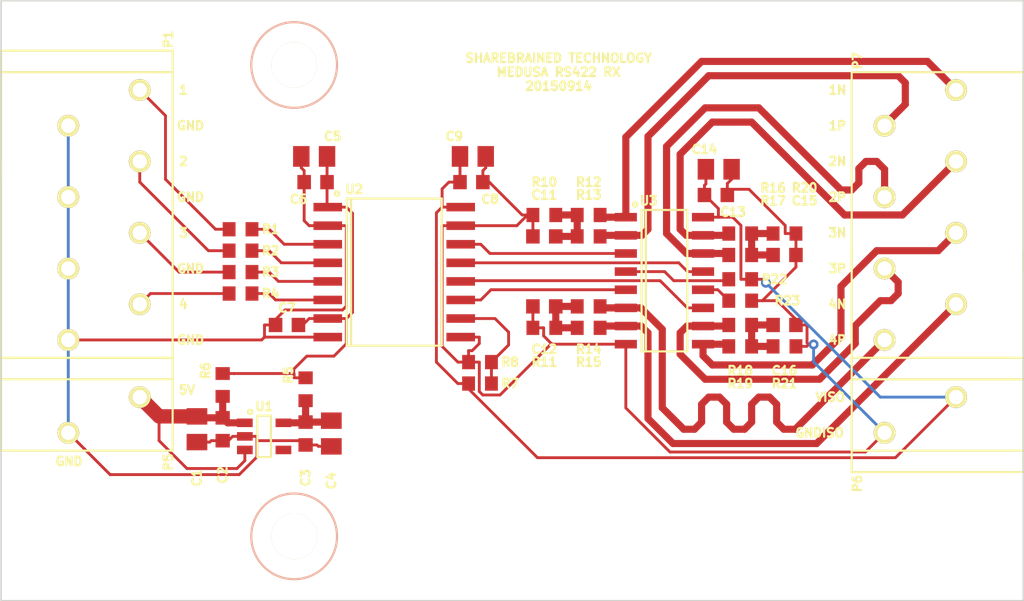
<source format=kicad_pcb>
(kicad_pcb (version 20171130) (host pcbnew "(5.1.12)-1")

  (general
    (thickness 1.6)
    (drawings 25)
    (tracks 334)
    (zones 0)
    (modules 46)
    (nets 34)
  )

  (page A4)
  (layers
    (0 F.Cu signal)
    (31 B.Cu signal)
    (32 B.Adhes user hide)
    (33 F.Adhes user hide)
    (34 B.Paste user hide)
    (35 F.Paste user hide)
    (36 B.SilkS user hide)
    (37 F.SilkS user hide)
    (38 B.Mask user hide)
    (39 F.Mask user hide)
    (40 Dwgs.User user hide)
    (41 Cmts.User user hide)
    (42 Eco1.User user hide)
    (43 Eco2.User user hide)
    (44 Edge.Cuts user)
    (45 Margin user hide)
    (46 B.CrtYd user hide)
    (47 F.CrtYd user hide)
    (48 B.Fab user hide)
    (49 F.Fab user hide)
  )

  (setup
    (last_trace_width 0.2)
    (user_trace_width 0.2)
    (user_trace_width 0.3)
    (user_trace_width 0.5)
    (user_trace_width 1)
    (trace_clearance 0.2)
    (zone_clearance 0.4)
    (zone_45_only no)
    (trace_min 0.2)
    (via_size 0.6858)
    (via_drill 0.3302)
    (via_min_size 0.6858)
    (via_min_drill 0.3302)
    (uvia_size 0.3)
    (uvia_drill 0.1)
    (uvias_allowed no)
    (uvia_min_size 0.2)
    (uvia_min_drill 0.1)
    (edge_width 0.1)
    (segment_width 0.2)
    (pcb_text_width 0.3)
    (pcb_text_size 1.5 1.5)
    (mod_edge_width 0.15)
    (mod_text_size 0.6096 0.6096)
    (mod_text_width 0.1524)
    (pad_size 3.048 1.778)
    (pad_drill 0.508)
    (pad_to_mask_clearance 0.0762)
    (solder_mask_min_width 0.0762)
    (aux_axis_origin 0 0)
    (visible_elements 7FFFFFFF)
    (pcbplotparams
      (layerselection 0x010fc_80000001)
      (usegerberextensions true)
      (usegerberattributes true)
      (usegerberadvancedattributes true)
      (creategerberjobfile true)
      (excludeedgelayer true)
      (linewidth 0.100000)
      (plotframeref false)
      (viasonmask false)
      (mode 1)
      (useauxorigin false)
      (hpglpennumber 1)
      (hpglpenspeed 20)
      (hpglpendiameter 15.000000)
      (psnegative false)
      (psa4output false)
      (plotreference false)
      (plotvalue true)
      (plotinvisibletext false)
      (padsonsilk false)
      (subtractmaskfromsilk true)
      (outputformat 1)
      (mirror false)
      (drillshape 0)
      (scaleselection 1)
      (outputdirectory "gerber/"))
  )

  (net 0 "")
  (net 1 +5V)
  (net 2 GND)
  (net 3 +3.3V)
  (net 4 /VISO)
  (net 5 /GNDISO)
  (net 6 "Net-(C11-Pad2)")
  (net 7 "Net-(C12-Pad2)")
  (net 8 "Net-(C15-Pad1)")
  (net 9 "Net-(C16-Pad1)")
  (net 10 /RX1)
  (net 11 /RX2)
  (net 12 /RX3)
  (net 13 /RX4)
  (net 14 /VDD1)
  (net 15 /VSEL)
  (net 16 /RX1N)
  (net 17 /RX1P)
  (net 18 /RX2P)
  (net 19 /RX2N)
  (net 20 /RX4N)
  (net 21 /RX4P)
  (net 22 /RX3P)
  (net 23 /RX3N)
  (net 24 /RX4ISO)
  (net 25 /RX3ISO)
  (net 26 /RX2ISO)
  (net 27 /RX1ISO)
  (net 28 /RX1R)
  (net 29 /RX2R)
  (net 30 /RX3R)
  (net 31 /RX4R)
  (net 32 /RXG)
  (net 33 /RXG#)

  (net_class Default "This is the default net class."
    (clearance 0.2)
    (trace_width 0.2)
    (via_dia 0.6858)
    (via_drill 0.3302)
    (uvia_dia 0.3)
    (uvia_drill 0.1)
    (add_net +3.3V)
    (add_net +5V)
    (add_net /GNDISO)
    (add_net /RX1)
    (add_net /RX1ISO)
    (add_net /RX1N)
    (add_net /RX1P)
    (add_net /RX1R)
    (add_net /RX2)
    (add_net /RX2ISO)
    (add_net /RX2N)
    (add_net /RX2P)
    (add_net /RX2R)
    (add_net /RX3)
    (add_net /RX3ISO)
    (add_net /RX3N)
    (add_net /RX3P)
    (add_net /RX3R)
    (add_net /RX4)
    (add_net /RX4ISO)
    (add_net /RX4N)
    (add_net /RX4P)
    (add_net /RX4R)
    (add_net /RXG)
    (add_net /RXG#)
    (add_net /VDD1)
    (add_net /VISO)
    (add_net /VSEL)
    (add_net GND)
    (add_net "Net-(C11-Pad2)")
    (add_net "Net-(C12-Pad2)")
    (add_net "Net-(C15-Pad1)")
    (add_net "Net-(C16-Pad1)")
  )

  (module ipc_sot:IPC_SOT95P280X110-5N (layer F.Cu) (tedit 55F653E2) (tstamp 55F5D3B7)
    (at 120.9 115.5)
    (tags "SOT, SOT95P280X110-5N, JEDEC MO-193AB")
    (path /55F56504)
    (fp_text reference U1 (at 0 -2.1) (layer F.SilkS)
      (effects (font (size 0.6096 0.6096) (thickness 0.1524)))
    )
    (fp_text value DNI (at 0 0) (layer F.Fab) hide
      (effects (font (size 0.6096 0.6096) (thickness 0.1524)))
    )
    (fp_circle (center -0.98 -1.72) (end -0.8276 -1.72) (layer F.SilkS) (width 0.1524))
    (fp_line (start -0.475 -1.45) (end 0.475 -1.45) (layer F.SilkS) (width 0.1524))
    (fp_line (start 0.475 -1.45) (end 0.475 1.45) (layer F.SilkS) (width 0.1524))
    (fp_line (start 0.475 1.45) (end -0.475 1.45) (layer F.SilkS) (width 0.1524))
    (fp_line (start -0.475 1.45) (end -0.475 -1.45) (layer F.SilkS) (width 0.1524))
    (fp_line (start -2.15 -1.775) (end 2.15 -1.775) (layer F.CrtYd) (width 0.1524))
    (fp_line (start 2.15 -1.775) (end 2.15 1.775) (layer F.CrtYd) (width 0.1524))
    (fp_line (start 2.15 1.775) (end -2.15 1.775) (layer F.CrtYd) (width 0.1524))
    (fp_line (start -2.15 1.775) (end -2.15 -1.775) (layer F.CrtYd) (width 0.1524))
    (pad 1 smd rect (at -1.35 -0.95) (size 1.1 0.6) (layers F.Cu F.Paste F.Mask)
      (net 1 +5V))
    (pad 2 smd rect (at -1.35 0) (size 1.1 0.6) (layers F.Cu F.Paste F.Mask)
      (net 2 GND))
    (pad 3 smd rect (at -1.35 0.95) (size 1.1 0.6) (layers F.Cu F.Paste F.Mask)
      (net 1 +5V))
    (pad 4 smd rect (at 1.35 0.95) (size 1.1 0.6) (layers F.Cu F.Paste F.Mask))
    (pad 5 smd rect (at 1.35 -0.95) (size 1.1 0.6) (layers F.Cu F.Paste F.Mask)
      (net 3 +3.3V))
  )

  (module ipc_soic:IPC_SOIC127P600X175-16N (layer F.Cu) (tedit 55F62FCE) (tstamp 55F5D3F3)
    (at 148.9 104.6)
    (tags "SOIC127P600X175-16N, MS-012AC, TI D, TI R-PDSO-G16")
    (path /55F3174A)
    (fp_text reference U3 (at -1.1 -5.6) (layer F.SilkS)
      (effects (font (size 0.6096 0.6096) (thickness 0.1524)))
    )
    (fp_text value AM26LV32E (at 0 0) (layer F.Fab) hide
      (effects (font (size 0.6096 0.6096) (thickness 0.1524)))
    )
    (fp_circle (center -2.04 -5.33) (end -1.8876 -5.33) (layer F.SilkS) (width 0.1524))
    (fp_line (start -1.2952 4.95) (end -1.2952 -4.95) (layer F.SilkS) (width 0.1524))
    (fp_line (start -3.725 -5.25) (end 3.725 -5.25) (layer F.CrtYd) (width 0.1524))
    (fp_line (start 3.725 -5.25) (end 3.725 5.25) (layer F.CrtYd) (width 0.1524))
    (fp_line (start 3.725 5.25) (end -3.725 5.25) (layer F.CrtYd) (width 0.1524))
    (fp_line (start -3.725 5.25) (end -3.725 -5.25) (layer F.CrtYd) (width 0.1524))
    (fp_line (start -1.6 -4.95) (end 1.6 -4.95) (layer F.SilkS) (width 0.1524))
    (fp_line (start 1.6 -4.95) (end 1.6 4.95) (layer F.SilkS) (width 0.1524))
    (fp_line (start 1.6 4.95) (end -1.6 4.95) (layer F.SilkS) (width 0.1524))
    (fp_line (start -1.6 4.95) (end -1.6 -4.95) (layer F.SilkS) (width 0.1524))
    (pad 1 smd rect (at -2.7 -4.445) (size 1.55 0.6) (layers F.Cu F.Paste F.Mask)
      (net 16 /RX1N))
    (pad 2 smd rect (at -2.7 -3.175) (size 1.55 0.6) (layers F.Cu F.Paste F.Mask)
      (net 17 /RX1P))
    (pad 3 smd rect (at -2.7 -1.905) (size 1.55 0.6) (layers F.Cu F.Paste F.Mask)
      (net 27 /RX1ISO))
    (pad 4 smd rect (at -2.7 -0.635) (size 1.55 0.6) (layers F.Cu F.Paste F.Mask)
      (net 32 /RXG))
    (pad 5 smd rect (at -2.7 0.635) (size 1.55 0.6) (layers F.Cu F.Paste F.Mask)
      (net 24 /RX4ISO))
    (pad 6 smd rect (at -2.7 1.905) (size 1.55 0.6) (layers F.Cu F.Paste F.Mask)
      (net 21 /RX4P))
    (pad 7 smd rect (at -2.7 3.175) (size 1.55 0.6) (layers F.Cu F.Paste F.Mask)
      (net 20 /RX4N))
    (pad 8 smd rect (at -2.7 4.445) (size 1.55 0.6) (layers F.Cu F.Paste F.Mask)
      (net 5 /GNDISO))
    (pad 9 smd rect (at 2.7 4.445) (size 1.55 0.6) (layers F.Cu F.Paste F.Mask)
      (net 23 /RX3N))
    (pad 10 smd rect (at 2.7 3.175) (size 1.55 0.6) (layers F.Cu F.Paste F.Mask)
      (net 22 /RX3P))
    (pad 11 smd rect (at 2.7 1.905) (size 1.55 0.6) (layers F.Cu F.Paste F.Mask)
      (net 25 /RX3ISO))
    (pad 12 smd rect (at 2.7 0.635) (size 1.55 0.6) (layers F.Cu F.Paste F.Mask)
      (net 33 /RXG#))
    (pad 13 smd rect (at 2.7 -0.635) (size 1.55 0.6) (layers F.Cu F.Paste F.Mask)
      (net 26 /RX2ISO))
    (pad 14 smd rect (at 2.7 -1.905) (size 1.55 0.6) (layers F.Cu F.Paste F.Mask)
      (net 18 /RX2P))
    (pad 15 smd rect (at 2.7 -3.175) (size 1.55 0.6) (layers F.Cu F.Paste F.Mask)
      (net 19 /RX2N))
    (pad 16 smd rect (at 2.7 -4.445) (size 1.55 0.6) (layers F.Cu F.Paste F.Mask)
      (net 4 /VISO))
  )

  (module ipc_soic:IPC_SOIC127P1030X265-16N (layer F.Cu) (tedit 55F62FDE) (tstamp 55F5D3D5)
    (at 130 104)
    (tags "SOIC, SOIC127P1030X265-16N, MS-013AA")
    (path /55F517F0)
    (fp_text reference U2 (at -2.8 -5.8) (layer F.SilkS)
      (effects (font (size 0.6096 0.6096) (thickness 0.1524)))
    )
    (fp_text value ADuM6404 (at 0 0) (layer F.Fab) hide
      (effects (font (size 0.6096 0.6096) (thickness 0.1524)))
    )
    (fp_circle (center -4 -5.5) (end -3.8476 -5.5) (layer F.SilkS) (width 0.1524))
    (fp_line (start -3.0202 -5.15) (end -3.0202 5.15) (layer F.SilkS) (width 0.1524))
    (fp_line (start -5.9 -5.5) (end 5.9 -5.5) (layer F.CrtYd) (width 0.1524))
    (fp_line (start 5.9 -5.5) (end 5.9 5.5) (layer F.CrtYd) (width 0.1524))
    (fp_line (start 5.9 5.5) (end -5.9 5.5) (layer F.CrtYd) (width 0.1524))
    (fp_line (start -5.9 5.5) (end -5.9 -5.5) (layer F.CrtYd) (width 0.1524))
    (fp_line (start -3.325 -5.15) (end 3.325 -5.15) (layer F.SilkS) (width 0.1524))
    (fp_line (start 3.325 -5.15) (end 3.325 5.15) (layer F.SilkS) (width 0.15))
    (fp_line (start 3.325 5.15) (end -3.325 5.15) (layer F.SilkS) (width 0.15))
    (fp_line (start -3.325 5.15) (end -3.325 -5.15) (layer F.SilkS) (width 0.15))
    (pad 1 smd rect (at -4.65 -4.55) (size 2 0.6) (layers F.Cu F.Paste F.Mask)
      (net 14 /VDD1))
    (pad 2 smd rect (at -4.65 -3.25) (size 2 0.6) (layers F.Cu F.Paste F.Mask)
      (net 2 GND))
    (pad 3 smd rect (at -4.65 -1.95) (size 2 0.6) (layers F.Cu F.Paste F.Mask)
      (net 10 /RX1))
    (pad 4 smd rect (at -4.65 -0.65) (size 2 0.6) (layers F.Cu F.Paste F.Mask)
      (net 11 /RX2))
    (pad 5 smd rect (at -4.65 0.65) (size 2 0.6) (layers F.Cu F.Paste F.Mask)
      (net 12 /RX3))
    (pad 6 smd rect (at -4.65 1.95) (size 2 0.6) (layers F.Cu F.Paste F.Mask)
      (net 13 /RX4))
    (pad 7 smd rect (at -4.65 3.25) (size 2 0.6) (layers F.Cu F.Paste F.Mask)
      (net 14 /VDD1))
    (pad 8 smd rect (at -4.65 4.55) (size 2 0.6) (layers F.Cu F.Paste F.Mask)
      (net 2 GND))
    (pad 9 smd rect (at 4.65 4.55) (size 2 0.6) (layers F.Cu F.Paste F.Mask)
      (net 5 /GNDISO))
    (pad 10 smd rect (at 4.65 3.25) (size 2 0.6) (layers F.Cu F.Paste F.Mask)
      (net 15 /VSEL))
    (pad 11 smd rect (at 4.65 1.95) (size 2 0.6) (layers F.Cu F.Paste F.Mask)
      (net 24 /RX4ISO))
    (pad 12 smd rect (at 4.65 0.65) (size 2 0.6) (layers F.Cu F.Paste F.Mask)
      (net 25 /RX3ISO))
    (pad 13 smd rect (at 4.65 -0.65) (size 2 0.6) (layers F.Cu F.Paste F.Mask)
      (net 26 /RX2ISO))
    (pad 14 smd rect (at 4.65 -1.95) (size 2 0.6) (layers F.Cu F.Paste F.Mask)
      (net 27 /RX1ISO))
    (pad 15 smd rect (at 4.65 -3.25) (size 2 0.6) (layers F.Cu F.Paste F.Mask)
      (net 5 /GNDISO))
    (pad 16 smd rect (at 4.65 -4.55) (size 2 0.6) (layers F.Cu F.Paste F.Mask)
      (net 4 /VISO))
  )

  (module ipc_resc:IPC_RESC1608X55N (layer F.Cu) (tedit 55F64AD3) (tstamp 55F5D3A5)
    (at 157.3 109.2)
    (tags "RESC1608X55N, EIA 0603, Metric 1608")
    (path /55F3CF7A)
    (fp_text reference R21 (at 0 2.6) (layer F.SilkS)
      (effects (font (size 0.6096 0.6096) (thickness 0.1524)))
    )
    (fp_text value DNI (at 0 0) (layer F.Fab) hide
      (effects (font (size 0.6096 0.6096) (thickness 0.1524)))
    )
    (fp_line (start -1.5 -0.75) (end 1.5 -0.75) (layer F.CrtYd) (width 0.1524))
    (fp_line (start 1.5 -0.75) (end 1.5 0.75) (layer F.CrtYd) (width 0.1524))
    (fp_line (start 1.5 0.75) (end -1.5 0.75) (layer F.CrtYd) (width 0.1524))
    (fp_line (start -1.5 0.75) (end -1.5 -0.75) (layer F.CrtYd) (width 0.1524))
    (pad 1 smd rect (at -0.8 0) (size 0.9 1) (layers F.Cu F.Paste F.Mask)
      (net 9 "Net-(C16-Pad1)"))
    (pad 2 smd rect (at 0.8 0) (size 0.9 1) (layers F.Cu F.Paste F.Mask)
      (net 5 /GNDISO))
  )

  (module ipc_resc:IPC_RESC1608X55N (layer F.Cu) (tedit 55F64AA6) (tstamp 55F5D39B)
    (at 157.3 101.3)
    (tags "RESC1608X55N, EIA 0603, Metric 1608")
    (path /55F3E0D2)
    (fp_text reference R20 (at 1.4 -3.2) (layer F.SilkS)
      (effects (font (size 0.6096 0.6096) (thickness 0.1524)))
    )
    (fp_text value DNI (at 0 0) (layer F.Fab) hide
      (effects (font (size 0.6096 0.6096) (thickness 0.1524)))
    )
    (fp_line (start -1.5 -0.75) (end 1.5 -0.75) (layer F.CrtYd) (width 0.1524))
    (fp_line (start 1.5 -0.75) (end 1.5 0.75) (layer F.CrtYd) (width 0.1524))
    (fp_line (start 1.5 0.75) (end -1.5 0.75) (layer F.CrtYd) (width 0.1524))
    (fp_line (start -1.5 0.75) (end -1.5 -0.75) (layer F.CrtYd) (width 0.1524))
    (pad 1 smd rect (at -0.8 0) (size 0.9 1) (layers F.Cu F.Paste F.Mask)
      (net 8 "Net-(C15-Pad1)"))
    (pad 2 smd rect (at 0.8 0) (size 0.9 1) (layers F.Cu F.Paste F.Mask)
      (net 5 /GNDISO))
  )

  (module ipc_resc:IPC_RESC1608X55N (layer F.Cu) (tedit 55F64AC9) (tstamp 55F5D391)
    (at 154.2 109.2)
    (tags "RESC1608X55N, EIA 0603, Metric 1608")
    (path /55F3CC07)
    (fp_text reference R19 (at 0 2.6) (layer F.SilkS)
      (effects (font (size 0.6096 0.6096) (thickness 0.1524)))
    )
    (fp_text value 50R (at 0 0) (layer F.Fab) hide
      (effects (font (size 0.6096 0.6096) (thickness 0.1524)))
    )
    (fp_line (start -1.5 -0.75) (end 1.5 -0.75) (layer F.CrtYd) (width 0.1524))
    (fp_line (start 1.5 -0.75) (end 1.5 0.75) (layer F.CrtYd) (width 0.1524))
    (fp_line (start 1.5 0.75) (end -1.5 0.75) (layer F.CrtYd) (width 0.1524))
    (fp_line (start -1.5 0.75) (end -1.5 -0.75) (layer F.CrtYd) (width 0.1524))
    (pad 1 smd rect (at -0.8 0) (size 0.9 1) (layers F.Cu F.Paste F.Mask)
      (net 23 /RX3N))
    (pad 2 smd rect (at 0.8 0) (size 0.9 1) (layers F.Cu F.Paste F.Mask)
      (net 9 "Net-(C16-Pad1)"))
  )

  (module ipc_resc:IPC_RESC1608X55N (layer F.Cu) (tedit 55F64AC5) (tstamp 55F5D387)
    (at 154.2 107.7)
    (tags "RESC1608X55N, EIA 0603, Metric 1608")
    (path /55F3CB5D)
    (fp_text reference R18 (at 0 3.2) (layer F.SilkS)
      (effects (font (size 0.6096 0.6096) (thickness 0.1524)))
    )
    (fp_text value 50R (at 0 0) (layer F.Fab) hide
      (effects (font (size 0.6096 0.6096) (thickness 0.1524)))
    )
    (fp_line (start -1.5 -0.75) (end 1.5 -0.75) (layer F.CrtYd) (width 0.1524))
    (fp_line (start 1.5 -0.75) (end 1.5 0.75) (layer F.CrtYd) (width 0.1524))
    (fp_line (start 1.5 0.75) (end -1.5 0.75) (layer F.CrtYd) (width 0.1524))
    (fp_line (start -1.5 0.75) (end -1.5 -0.75) (layer F.CrtYd) (width 0.1524))
    (pad 1 smd rect (at -0.8 0) (size 0.9 1) (layers F.Cu F.Paste F.Mask)
      (net 22 /RX3P))
    (pad 2 smd rect (at 0.8 0) (size 0.9 1) (layers F.Cu F.Paste F.Mask)
      (net 9 "Net-(C16-Pad1)"))
  )

  (module ipc_resc:IPC_RESC1608X55N (layer F.Cu) (tedit 55F64AB4) (tstamp 55F5D37D)
    (at 154.2 102.8)
    (tags "RESC1608X55N, EIA 0603, Metric 1608")
    (path /55F3D8AD)
    (fp_text reference R17 (at 2.3 -3.8) (layer F.SilkS)
      (effects (font (size 0.6096 0.6096) (thickness 0.1524)))
    )
    (fp_text value 50R (at 0 0) (layer F.Fab) hide
      (effects (font (size 0.6096 0.6096) (thickness 0.1524)))
    )
    (fp_line (start -1.5 -0.75) (end 1.5 -0.75) (layer F.CrtYd) (width 0.1524))
    (fp_line (start 1.5 -0.75) (end 1.5 0.75) (layer F.CrtYd) (width 0.1524))
    (fp_line (start 1.5 0.75) (end -1.5 0.75) (layer F.CrtYd) (width 0.1524))
    (fp_line (start -1.5 0.75) (end -1.5 -0.75) (layer F.CrtYd) (width 0.1524))
    (pad 1 smd rect (at -0.8 0) (size 0.9 1) (layers F.Cu F.Paste F.Mask)
      (net 18 /RX2P))
    (pad 2 smd rect (at 0.8 0) (size 0.9 1) (layers F.Cu F.Paste F.Mask)
      (net 8 "Net-(C15-Pad1)"))
  )

  (module ipc_resc:IPC_RESC1608X55N (layer F.Cu) (tedit 55F64AA2) (tstamp 55F5D373)
    (at 154.2 101.3)
    (tags "RESC1608X55N, EIA 0603, Metric 1608")
    (path /55F3D7FD)
    (fp_text reference R16 (at 2.3 -3.2) (layer F.SilkS)
      (effects (font (size 0.6096 0.6096) (thickness 0.1524)))
    )
    (fp_text value 50R (at 0 0) (layer F.Fab) hide
      (effects (font (size 0.6096 0.6096) (thickness 0.1524)))
    )
    (fp_line (start -1.5 -0.75) (end 1.5 -0.75) (layer F.CrtYd) (width 0.1524))
    (fp_line (start 1.5 -0.75) (end 1.5 0.75) (layer F.CrtYd) (width 0.1524))
    (fp_line (start 1.5 0.75) (end -1.5 0.75) (layer F.CrtYd) (width 0.1524))
    (fp_line (start -1.5 0.75) (end -1.5 -0.75) (layer F.CrtYd) (width 0.1524))
    (pad 1 smd rect (at -0.8 0) (size 0.9 1) (layers F.Cu F.Paste F.Mask)
      (net 19 /RX2N))
    (pad 2 smd rect (at 0.8 0) (size 0.9 1) (layers F.Cu F.Paste F.Mask)
      (net 8 "Net-(C15-Pad1)"))
  )

  (module ipc_resc:IPC_RESC1608X55N (layer F.Cu) (tedit 55F64A18) (tstamp 55F5D369)
    (at 143.6 107.9)
    (tags "RESC1608X55N, EIA 0603, Metric 1608")
    (path /55F3BAA3)
    (fp_text reference R15 (at 0 2.4) (layer F.SilkS)
      (effects (font (size 0.6096 0.6096) (thickness 0.1524)))
    )
    (fp_text value 50R (at 0 0) (layer F.Fab) hide
      (effects (font (size 0.6096 0.6096) (thickness 0.1524)))
    )
    (fp_line (start -1.5 -0.75) (end 1.5 -0.75) (layer F.CrtYd) (width 0.1524))
    (fp_line (start 1.5 -0.75) (end 1.5 0.75) (layer F.CrtYd) (width 0.1524))
    (fp_line (start 1.5 0.75) (end -1.5 0.75) (layer F.CrtYd) (width 0.1524))
    (fp_line (start -1.5 0.75) (end -1.5 -0.75) (layer F.CrtYd) (width 0.1524))
    (pad 1 smd rect (at -0.8 0) (size 0.9 1) (layers F.Cu F.Paste F.Mask)
      (net 7 "Net-(C12-Pad2)"))
    (pad 2 smd rect (at 0.8 0) (size 0.9 1) (layers F.Cu F.Paste F.Mask)
      (net 20 /RX4N))
  )

  (module ipc_resc:IPC_RESC1608X55N (layer F.Cu) (tedit 55F64A14) (tstamp 55F5D35F)
    (at 143.6 106.4)
    (tags "RESC1608X55N, EIA 0603, Metric 1608")
    (path /55F3BA06)
    (fp_text reference R14 (at 0 3) (layer F.SilkS)
      (effects (font (size 0.6096 0.6096) (thickness 0.1524)))
    )
    (fp_text value 50R (at 0 0) (layer F.Fab) hide
      (effects (font (size 0.6096 0.6096) (thickness 0.1524)))
    )
    (fp_line (start -1.5 -0.75) (end 1.5 -0.75) (layer F.CrtYd) (width 0.1524))
    (fp_line (start 1.5 -0.75) (end 1.5 0.75) (layer F.CrtYd) (width 0.1524))
    (fp_line (start 1.5 0.75) (end -1.5 0.75) (layer F.CrtYd) (width 0.1524))
    (fp_line (start -1.5 0.75) (end -1.5 -0.75) (layer F.CrtYd) (width 0.1524))
    (pad 1 smd rect (at -0.8 0) (size 0.9 1) (layers F.Cu F.Paste F.Mask)
      (net 7 "Net-(C12-Pad2)"))
    (pad 2 smd rect (at 0.8 0) (size 0.9 1) (layers F.Cu F.Paste F.Mask)
      (net 21 /RX4P))
  )

  (module ipc_resc:IPC_RESC1608X55N (layer F.Cu) (tedit 55F649BC) (tstamp 55F5D355)
    (at 143.6 101.5)
    (tags "RESC1608X55N, EIA 0603, Metric 1608")
    (path /55F397AE)
    (fp_text reference R13 (at 0 -2.9) (layer F.SilkS)
      (effects (font (size 0.6096 0.6096) (thickness 0.1524)))
    )
    (fp_text value 50R (at 0 0) (layer F.Fab) hide
      (effects (font (size 0.6096 0.6096) (thickness 0.1524)))
    )
    (fp_line (start -1.5 -0.75) (end 1.5 -0.75) (layer F.CrtYd) (width 0.1524))
    (fp_line (start 1.5 -0.75) (end 1.5 0.75) (layer F.CrtYd) (width 0.1524))
    (fp_line (start 1.5 0.75) (end -1.5 0.75) (layer F.CrtYd) (width 0.1524))
    (fp_line (start -1.5 0.75) (end -1.5 -0.75) (layer F.CrtYd) (width 0.1524))
    (pad 1 smd rect (at -0.8 0) (size 0.9 1) (layers F.Cu F.Paste F.Mask)
      (net 6 "Net-(C11-Pad2)"))
    (pad 2 smd rect (at 0.8 0) (size 0.9 1) (layers F.Cu F.Paste F.Mask)
      (net 17 /RX1P))
  )

  (module ipc_resc:IPC_RESC1608X55N (layer F.Cu) (tedit 55F649C0) (tstamp 55F5D34B)
    (at 143.6 100)
    (tags "RESC1608X55N, EIA 0603, Metric 1608")
    (path /5257081F)
    (fp_text reference R12 (at 0 -2.3) (layer F.SilkS)
      (effects (font (size 0.6096 0.6096) (thickness 0.1524)))
    )
    (fp_text value 50R (at 0 0) (layer F.Fab) hide
      (effects (font (size 0.6096 0.6096) (thickness 0.1524)))
    )
    (fp_line (start -1.5 -0.75) (end 1.5 -0.75) (layer F.CrtYd) (width 0.1524))
    (fp_line (start 1.5 -0.75) (end 1.5 0.75) (layer F.CrtYd) (width 0.1524))
    (fp_line (start 1.5 0.75) (end -1.5 0.75) (layer F.CrtYd) (width 0.1524))
    (fp_line (start -1.5 0.75) (end -1.5 -0.75) (layer F.CrtYd) (width 0.1524))
    (pad 1 smd rect (at -0.8 0) (size 0.9 1) (layers F.Cu F.Paste F.Mask)
      (net 6 "Net-(C11-Pad2)"))
    (pad 2 smd rect (at 0.8 0) (size 0.9 1) (layers F.Cu F.Paste F.Mask)
      (net 16 /RX1N))
  )

  (module ipc_resc:IPC_RESC1608X55N (layer F.Cu) (tedit 55F64A0C) (tstamp 55F5D341)
    (at 140.5 107.9)
    (tags "RESC1608X55N, EIA 0603, Metric 1608")
    (path /55F3C052)
    (fp_text reference R11 (at 0 2.4) (layer F.SilkS)
      (effects (font (size 0.6096 0.6096) (thickness 0.1524)))
    )
    (fp_text value DNI (at 0 0) (layer F.Fab) hide
      (effects (font (size 0.6096 0.6096) (thickness 0.1524)))
    )
    (fp_line (start -1.5 -0.75) (end 1.5 -0.75) (layer F.CrtYd) (width 0.1524))
    (fp_line (start 1.5 -0.75) (end 1.5 0.75) (layer F.CrtYd) (width 0.1524))
    (fp_line (start 1.5 0.75) (end -1.5 0.75) (layer F.CrtYd) (width 0.1524))
    (fp_line (start -1.5 0.75) (end -1.5 -0.75) (layer F.CrtYd) (width 0.1524))
    (pad 1 smd rect (at -0.8 0) (size 0.9 1) (layers F.Cu F.Paste F.Mask)
      (net 5 /GNDISO))
    (pad 2 smd rect (at 0.8 0) (size 0.9 1) (layers F.Cu F.Paste F.Mask)
      (net 7 "Net-(C12-Pad2)"))
  )

  (module ipc_resc:IPC_RESC1608X55N (layer F.Cu) (tedit 55F649AF) (tstamp 55F5D337)
    (at 140.5 100)
    (tags "RESC1608X55N, EIA 0603, Metric 1608")
    (path /55F3A111)
    (fp_text reference R10 (at 0 -2.3) (layer F.SilkS)
      (effects (font (size 0.6096 0.6096) (thickness 0.1524)))
    )
    (fp_text value DNI (at 0 0) (layer F.Fab) hide
      (effects (font (size 0.6096 0.6096) (thickness 0.1524)))
    )
    (fp_line (start -1.5 -0.75) (end 1.5 -0.75) (layer F.CrtYd) (width 0.1524))
    (fp_line (start 1.5 -0.75) (end 1.5 0.75) (layer F.CrtYd) (width 0.1524))
    (fp_line (start 1.5 0.75) (end -1.5 0.75) (layer F.CrtYd) (width 0.1524))
    (fp_line (start -1.5 0.75) (end -1.5 -0.75) (layer F.CrtYd) (width 0.1524))
    (pad 1 smd rect (at -0.8 0) (size 0.9 1) (layers F.Cu F.Paste F.Mask)
      (net 5 /GNDISO))
    (pad 2 smd rect (at 0.8 0) (size 0.9 1) (layers F.Cu F.Paste F.Mask)
      (net 6 "Net-(C11-Pad2)"))
  )

  (module ipc_resc:IPC_RESC1608X55N (layer F.Cu) (tedit 55F649FA) (tstamp 55F5D32D)
    (at 136 110.3 180)
    (tags "RESC1608X55N, EIA 0603, Metric 1608")
    (path /55F53779)
    (fp_text reference R8 (at -2.1 0 180) (layer F.SilkS)
      (effects (font (size 0.6096 0.6096) (thickness 0.1524)))
    )
    (fp_text value 0R (at 0 0 180) (layer F.Fab) hide
      (effects (font (size 0.6096 0.6096) (thickness 0.1524)))
    )
    (fp_line (start -1.5 -0.75) (end 1.5 -0.75) (layer F.CrtYd) (width 0.1524))
    (fp_line (start 1.5 -0.75) (end 1.5 0.75) (layer F.CrtYd) (width 0.1524))
    (fp_line (start 1.5 0.75) (end -1.5 0.75) (layer F.CrtYd) (width 0.1524))
    (fp_line (start -1.5 0.75) (end -1.5 -0.75) (layer F.CrtYd) (width 0.1524))
    (pad 1 smd rect (at -0.8 0 180) (size 0.9 1) (layers F.Cu F.Paste F.Mask)
      (net 15 /VSEL))
    (pad 2 smd rect (at 0.8 0 180) (size 0.9 1) (layers F.Cu F.Paste F.Mask)
      (net 5 /GNDISO))
  )

  (module ipc_resc:IPC_RESC1608X55N (layer F.Cu) (tedit 55F649F5) (tstamp 55F5D323)
    (at 136 111.8 180)
    (tags "RESC1608X55N, EIA 0603, Metric 1608")
    (path /55F536E2)
    (fp_text reference R7 (at -2.1 0 180) (layer F.SilkS)
      (effects (font (size 0.6096 0.6096) (thickness 0.1524)))
    )
    (fp_text value DNI (at 0 0 180) (layer F.Fab) hide
      (effects (font (size 0.6096 0.6096) (thickness 0.1524)))
    )
    (fp_line (start -1.5 -0.75) (end 1.5 -0.75) (layer F.CrtYd) (width 0.1524))
    (fp_line (start 1.5 -0.75) (end 1.5 0.75) (layer F.CrtYd) (width 0.1524))
    (fp_line (start 1.5 0.75) (end -1.5 0.75) (layer F.CrtYd) (width 0.1524))
    (fp_line (start -1.5 0.75) (end -1.5 -0.75) (layer F.CrtYd) (width 0.1524))
    (pad 1 smd rect (at -0.8 0 180) (size 0.9 1) (layers F.Cu F.Paste F.Mask)
      (net 15 /VSEL))
    (pad 2 smd rect (at 0.8 0 180) (size 0.9 1) (layers F.Cu F.Paste F.Mask)
      (net 4 /VISO))
  )

  (module ipc_resc:IPC_RESC1608X55N (layer F.Cu) (tedit 55F64A42) (tstamp 55F5D319)
    (at 118 111.9 270)
    (tags "RESC1608X55N, EIA 0603, Metric 1608")
    (path /55F568E7)
    (fp_text reference R6 (at -1 1.2 270) (layer F.SilkS)
      (effects (font (size 0.6096 0.6096) (thickness 0.1524)))
    )
    (fp_text value 0R (at 0 0 270) (layer F.Fab) hide
      (effects (font (size 0.6096 0.6096) (thickness 0.1524)))
    )
    (fp_line (start -1.5 -0.75) (end 1.5 -0.75) (layer F.CrtYd) (width 0.1524))
    (fp_line (start 1.5 -0.75) (end 1.5 0.75) (layer F.CrtYd) (width 0.1524))
    (fp_line (start 1.5 0.75) (end -1.5 0.75) (layer F.CrtYd) (width 0.1524))
    (fp_line (start -1.5 0.75) (end -1.5 -0.75) (layer F.CrtYd) (width 0.1524))
    (pad 1 smd rect (at -0.8 0 270) (size 0.9 1) (layers F.Cu F.Paste F.Mask)
      (net 14 /VDD1))
    (pad 2 smd rect (at 0.8 0 270) (size 0.9 1) (layers F.Cu F.Paste F.Mask)
      (net 1 +5V))
  )

  (module ipc_resc:IPC_RESC1608X55N (layer F.Cu) (tedit 55F64A47) (tstamp 55F5D30F)
    (at 123.8 112.2 270)
    (tags "RESC1608X55N, EIA 0603, Metric 1608")
    (path /55F56832)
    (fp_text reference R5 (at -1 1.2 270) (layer F.SilkS)
      (effects (font (size 0.6096 0.6096) (thickness 0.1524)))
    )
    (fp_text value DNI (at 0 0 270) (layer F.Fab) hide
      (effects (font (size 0.6096 0.6096) (thickness 0.1524)))
    )
    (fp_line (start -1.5 -0.75) (end 1.5 -0.75) (layer F.CrtYd) (width 0.1524))
    (fp_line (start 1.5 -0.75) (end 1.5 0.75) (layer F.CrtYd) (width 0.1524))
    (fp_line (start 1.5 0.75) (end -1.5 0.75) (layer F.CrtYd) (width 0.1524))
    (fp_line (start -1.5 0.75) (end -1.5 -0.75) (layer F.CrtYd) (width 0.1524))
    (pad 1 smd rect (at -0.8 0 270) (size 0.9 1) (layers F.Cu F.Paste F.Mask)
      (net 14 /VDD1))
    (pad 2 smd rect (at 0.8 0 270) (size 0.9 1) (layers F.Cu F.Paste F.Mask)
      (net 3 +3.3V))
  )

  (module ipc_resc:IPC_RESC1608X55N (layer F.Cu) (tedit 55F64981) (tstamp 55F5D305)
    (at 119.25 105.5 180)
    (tags "RESC1608X55N, EIA 0603, Metric 1608")
    (path /55F52897)
    (fp_text reference R4 (at -2.1 0 180) (layer F.SilkS)
      (effects (font (size 0.6096 0.6096) (thickness 0.1524)))
    )
    (fp_text value 22R (at 0 0 180) (layer F.Fab) hide
      (effects (font (size 0.6096 0.6096) (thickness 0.1524)))
    )
    (fp_line (start -1.5 -0.75) (end 1.5 -0.75) (layer F.CrtYd) (width 0.1524))
    (fp_line (start 1.5 -0.75) (end 1.5 0.75) (layer F.CrtYd) (width 0.1524))
    (fp_line (start 1.5 0.75) (end -1.5 0.75) (layer F.CrtYd) (width 0.1524))
    (fp_line (start -1.5 0.75) (end -1.5 -0.75) (layer F.CrtYd) (width 0.1524))
    (pad 1 smd rect (at -0.8 0 180) (size 0.9 1) (layers F.Cu F.Paste F.Mask)
      (net 13 /RX4))
    (pad 2 smd rect (at 0.8 0 180) (size 0.9 1) (layers F.Cu F.Paste F.Mask)
      (net 31 /RX4R))
  )

  (module ipc_resc:IPC_RESC1608X55N (layer F.Cu) (tedit 55F6497B) (tstamp 55F5D2FB)
    (at 119.25 104 180)
    (tags "RESC1608X55N, EIA 0603, Metric 1608")
    (path /55F52808)
    (fp_text reference R3 (at -2.1 0 180) (layer F.SilkS)
      (effects (font (size 0.6096 0.6096) (thickness 0.1524)))
    )
    (fp_text value 22R (at 0 0 180) (layer F.Fab) hide
      (effects (font (size 0.6096 0.6096) (thickness 0.1524)))
    )
    (fp_line (start -1.5 -0.75) (end 1.5 -0.75) (layer F.CrtYd) (width 0.1524))
    (fp_line (start 1.5 -0.75) (end 1.5 0.75) (layer F.CrtYd) (width 0.1524))
    (fp_line (start 1.5 0.75) (end -1.5 0.75) (layer F.CrtYd) (width 0.1524))
    (fp_line (start -1.5 0.75) (end -1.5 -0.75) (layer F.CrtYd) (width 0.1524))
    (pad 1 smd rect (at -0.8 0 180) (size 0.9 1) (layers F.Cu F.Paste F.Mask)
      (net 12 /RX3))
    (pad 2 smd rect (at 0.8 0 180) (size 0.9 1) (layers F.Cu F.Paste F.Mask)
      (net 30 /RX3R))
  )

  (module ipc_resc:IPC_RESC1608X55N (layer F.Cu) (tedit 55F64975) (tstamp 55F5D2F1)
    (at 119.25 102.5 180)
    (tags "RESC1608X55N, EIA 0603, Metric 1608")
    (path /525706B1)
    (fp_text reference R2 (at -2.1 0 180) (layer F.SilkS)
      (effects (font (size 0.6096 0.6096) (thickness 0.1524)))
    )
    (fp_text value 22R (at 0 0 180) (layer F.Fab) hide
      (effects (font (size 0.6096 0.6096) (thickness 0.1524)))
    )
    (fp_line (start -1.5 -0.75) (end 1.5 -0.75) (layer F.CrtYd) (width 0.1524))
    (fp_line (start 1.5 -0.75) (end 1.5 0.75) (layer F.CrtYd) (width 0.1524))
    (fp_line (start 1.5 0.75) (end -1.5 0.75) (layer F.CrtYd) (width 0.1524))
    (fp_line (start -1.5 0.75) (end -1.5 -0.75) (layer F.CrtYd) (width 0.1524))
    (pad 1 smd rect (at -0.8 0 180) (size 0.9 1) (layers F.Cu F.Paste F.Mask)
      (net 11 /RX2))
    (pad 2 smd rect (at 0.8 0 180) (size 0.9 1) (layers F.Cu F.Paste F.Mask)
      (net 29 /RX2R))
  )

  (module ipc_resc:IPC_RESC1608X55N (layer F.Cu) (tedit 55F6496E) (tstamp 55F5D2E7)
    (at 119.25 101 180)
    (tags "RESC1608X55N, EIA 0603, Metric 1608")
    (path /5257069A)
    (fp_text reference R1 (at -2.1 0 180) (layer F.SilkS)
      (effects (font (size 0.6096 0.6096) (thickness 0.1524)))
    )
    (fp_text value 22R (at 0 0 180) (layer F.Fab) hide
      (effects (font (size 0.6096 0.6096) (thickness 0.1524)))
    )
    (fp_line (start -1.5 -0.75) (end 1.5 -0.75) (layer F.CrtYd) (width 0.1524))
    (fp_line (start 1.5 -0.75) (end 1.5 0.75) (layer F.CrtYd) (width 0.1524))
    (fp_line (start 1.5 0.75) (end -1.5 0.75) (layer F.CrtYd) (width 0.1524))
    (fp_line (start -1.5 0.75) (end -1.5 -0.75) (layer F.CrtYd) (width 0.1524))
    (pad 1 smd rect (at -0.8 0 180) (size 0.9 1) (layers F.Cu F.Paste F.Mask)
      (net 10 /RX1))
    (pad 2 smd rect (at 0.8 0 180) (size 0.9 1) (layers F.Cu F.Paste F.Mask)
      (net 28 /RX1R))
  )

  (module ipc_capc:IPC_CAPC1608X95N (layer F.Cu) (tedit 55F64ACE) (tstamp 55F5D2DD)
    (at 157.3 107.7)
    (tags "CAPC1608X95N, EIA 0603, Metric 1608")
    (path /55F3D01D)
    (fp_text reference C16 (at 0 3.2) (layer F.SilkS)
      (effects (font (size 0.6096 0.6096) (thickness 0.1524)))
    )
    (fp_text value 10N (at 0 0) (layer F.Fab) hide
      (effects (font (size 0.6096 0.6096) (thickness 0.1524)))
    )
    (fp_line (start -1.525 -0.75) (end 1.525 -0.75) (layer F.CrtYd) (width 0.1524))
    (fp_line (start 1.525 -0.75) (end 1.525 0.75) (layer F.CrtYd) (width 0.1524))
    (fp_line (start 1.525 0.75) (end -1.525 0.75) (layer F.CrtYd) (width 0.1524))
    (fp_line (start -1.525 0.75) (end -1.525 -0.75) (layer F.CrtYd) (width 0.1524))
    (pad 1 smd rect (at -0.8 0) (size 0.95 1) (layers F.Cu F.Paste F.Mask)
      (net 9 "Net-(C16-Pad1)"))
    (pad 2 smd rect (at 0.8 0) (size 0.95 1) (layers F.Cu F.Paste F.Mask)
      (net 5 /GNDISO))
  )

  (module ipc_capc:IPC_CAPC1608X95N (layer F.Cu) (tedit 55F64AAE) (tstamp 55F5D2D3)
    (at 157.3 102.8)
    (tags "CAPC1608X95N, EIA 0603, Metric 1608")
    (path /55F3E18B)
    (fp_text reference C15 (at 1.4 -3.8) (layer F.SilkS)
      (effects (font (size 0.6096 0.6096) (thickness 0.1524)))
    )
    (fp_text value 10N (at 0 0) (layer F.Fab) hide
      (effects (font (size 0.6096 0.6096) (thickness 0.1524)))
    )
    (fp_line (start -1.525 -0.75) (end 1.525 -0.75) (layer F.CrtYd) (width 0.1524))
    (fp_line (start 1.525 -0.75) (end 1.525 0.75) (layer F.CrtYd) (width 0.1524))
    (fp_line (start 1.525 0.75) (end -1.525 0.75) (layer F.CrtYd) (width 0.1524))
    (fp_line (start -1.525 0.75) (end -1.525 -0.75) (layer F.CrtYd) (width 0.1524))
    (pad 1 smd rect (at -0.8 0) (size 0.95 1) (layers F.Cu F.Paste F.Mask)
      (net 8 "Net-(C15-Pad1)"))
    (pad 2 smd rect (at 0.8 0) (size 0.95 1) (layers F.Cu F.Paste F.Mask)
      (net 5 /GNDISO))
  )

  (module ipc_capc:IPC_CAPC2012X140N (layer F.Cu) (tedit 55F64A8C) (tstamp 55F5D2C9)
    (at 152.7 96.8)
    (tags "CAPC2012X140N, EIA 0805, Metric 2012")
    (path /55F50C9E)
    (fp_text reference C14 (at -1 -1.4) (layer F.SilkS)
      (effects (font (size 0.6096 0.6096) (thickness 0.1524)))
    )
    (fp_text value 10U (at 0 0) (layer F.Fab) hide
      (effects (font (size 0.6096 0.6096) (thickness 0.1524)))
    )
    (fp_line (start -1.725 -0.975) (end 1.725 -0.975) (layer F.CrtYd) (width 0.1524))
    (fp_line (start 1.725 -0.975) (end 1.725 0.975) (layer F.CrtYd) (width 0.1524))
    (fp_line (start 1.725 0.975) (end -1.725 0.975) (layer F.CrtYd) (width 0.1524))
    (fp_line (start -1.725 0.975) (end -1.725 -0.975) (layer F.CrtYd) (width 0.1524))
    (pad 1 smd rect (at -0.9 0) (size 1.15 1.45) (layers F.Cu F.Paste F.Mask)
      (net 4 /VISO))
    (pad 2 smd rect (at 0.9 0) (size 1.15 1.45) (layers F.Cu F.Paste F.Mask)
      (net 5 /GNDISO))
  )

  (module ipc_capc:IPC_CAPC1608X95N (layer F.Cu) (tedit 55F64A93) (tstamp 55F5D2BF)
    (at 152.5 98.6)
    (tags "CAPC1608X95N, EIA 0603, Metric 1608")
    (path /52570545)
    (fp_text reference C13 (at 1.2 1.2) (layer F.SilkS)
      (effects (font (size 0.6096 0.6096) (thickness 0.1524)))
    )
    (fp_text value 100N (at 0 0) (layer F.Fab) hide
      (effects (font (size 0.6096 0.6096) (thickness 0.1524)))
    )
    (fp_line (start -1.525 -0.75) (end 1.525 -0.75) (layer F.CrtYd) (width 0.1524))
    (fp_line (start 1.525 -0.75) (end 1.525 0.75) (layer F.CrtYd) (width 0.1524))
    (fp_line (start 1.525 0.75) (end -1.525 0.75) (layer F.CrtYd) (width 0.1524))
    (fp_line (start -1.525 0.75) (end -1.525 -0.75) (layer F.CrtYd) (width 0.1524))
    (pad 1 smd rect (at -0.8 0) (size 0.95 1) (layers F.Cu F.Paste F.Mask)
      (net 4 /VISO))
    (pad 2 smd rect (at 0.8 0) (size 0.95 1) (layers F.Cu F.Paste F.Mask)
      (net 5 /GNDISO))
  )

  (module ipc_capc:IPC_CAPC1608X95N (layer F.Cu) (tedit 55F64A06) (tstamp 55F5D2B5)
    (at 140.5 106.4)
    (tags "CAPC1608X95N, EIA 0603, Metric 1608")
    (path /55F3C0EA)
    (fp_text reference C12 (at 0 3) (layer F.SilkS)
      (effects (font (size 0.6096 0.6096) (thickness 0.1524)))
    )
    (fp_text value 10N (at 0 0) (layer F.Fab) hide
      (effects (font (size 0.6096 0.6096) (thickness 0.1524)))
    )
    (fp_line (start -1.525 -0.75) (end 1.525 -0.75) (layer F.CrtYd) (width 0.1524))
    (fp_line (start 1.525 -0.75) (end 1.525 0.75) (layer F.CrtYd) (width 0.1524))
    (fp_line (start 1.525 0.75) (end -1.525 0.75) (layer F.CrtYd) (width 0.1524))
    (fp_line (start -1.525 0.75) (end -1.525 -0.75) (layer F.CrtYd) (width 0.1524))
    (pad 1 smd rect (at -0.8 0) (size 0.95 1) (layers F.Cu F.Paste F.Mask)
      (net 5 /GNDISO))
    (pad 2 smd rect (at 0.8 0) (size 0.95 1) (layers F.Cu F.Paste F.Mask)
      (net 7 "Net-(C12-Pad2)"))
  )

  (module ipc_capc:IPC_CAPC1608X95N (layer F.Cu) (tedit 55F649B6) (tstamp 55F5D2AB)
    (at 140.5 101.5)
    (tags "CAPC1608X95N, EIA 0603, Metric 1608")
    (path /55F3A545)
    (fp_text reference C11 (at 0 -2.9) (layer F.SilkS)
      (effects (font (size 0.6096 0.6096) (thickness 0.1524)))
    )
    (fp_text value 10N (at 0 0) (layer F.Fab) hide
      (effects (font (size 0.6096 0.6096) (thickness 0.1524)))
    )
    (fp_line (start -1.525 -0.75) (end 1.525 -0.75) (layer F.CrtYd) (width 0.1524))
    (fp_line (start 1.525 -0.75) (end 1.525 0.75) (layer F.CrtYd) (width 0.1524))
    (fp_line (start 1.525 0.75) (end -1.525 0.75) (layer F.CrtYd) (width 0.1524))
    (fp_line (start -1.525 0.75) (end -1.525 -0.75) (layer F.CrtYd) (width 0.1524))
    (pad 1 smd rect (at -0.8 0) (size 0.95 1) (layers F.Cu F.Paste F.Mask)
      (net 5 /GNDISO))
    (pad 2 smd rect (at 0.8 0) (size 0.95 1) (layers F.Cu F.Paste F.Mask)
      (net 6 "Net-(C11-Pad2)"))
  )

  (module ipc_capc:IPC_CAPC2012X140N (layer F.Cu) (tedit 55F6499F) (tstamp 55F5D297)
    (at 135.5 95.9)
    (tags "CAPC2012X140N, EIA 0805, Metric 2012")
    (path /55F10C12)
    (fp_text reference C9 (at -1.3 -1.4) (layer F.SilkS)
      (effects (font (size 0.6096 0.6096) (thickness 0.1524)))
    )
    (fp_text value 10U (at 0 0) (layer F.Fab) hide
      (effects (font (size 0.6096 0.6096) (thickness 0.1524)))
    )
    (fp_line (start -1.725 -0.975) (end 1.725 -0.975) (layer F.CrtYd) (width 0.1524))
    (fp_line (start 1.725 -0.975) (end 1.725 0.975) (layer F.CrtYd) (width 0.1524))
    (fp_line (start 1.725 0.975) (end -1.725 0.975) (layer F.CrtYd) (width 0.1524))
    (fp_line (start -1.725 0.975) (end -1.725 -0.975) (layer F.CrtYd) (width 0.1524))
    (pad 1 smd rect (at -0.9 0) (size 1.15 1.45) (layers F.Cu F.Paste F.Mask)
      (net 4 /VISO))
    (pad 2 smd rect (at 0.9 0) (size 1.15 1.45) (layers F.Cu F.Paste F.Mask)
      (net 5 /GNDISO))
  )

  (module ipc_capc:IPC_CAPC1608X95N (layer F.Cu) (tedit 55F649A8) (tstamp 55F5D28D)
    (at 135.4 97.7)
    (tags "CAPC1608X95N, EIA 0603, Metric 1608")
    (path /55F126D6)
    (fp_text reference C8 (at 1.3 1.2) (layer F.SilkS)
      (effects (font (size 0.6096 0.6096) (thickness 0.1524)))
    )
    (fp_text value 100N (at 0 0) (layer F.Fab) hide
      (effects (font (size 0.6096 0.6096) (thickness 0.1524)))
    )
    (fp_line (start -1.525 -0.75) (end 1.525 -0.75) (layer F.CrtYd) (width 0.1524))
    (fp_line (start 1.525 -0.75) (end 1.525 0.75) (layer F.CrtYd) (width 0.1524))
    (fp_line (start 1.525 0.75) (end -1.525 0.75) (layer F.CrtYd) (width 0.1524))
    (fp_line (start -1.525 0.75) (end -1.525 -0.75) (layer F.CrtYd) (width 0.1524))
    (pad 1 smd rect (at -0.8 0) (size 0.95 1) (layers F.Cu F.Paste F.Mask)
      (net 4 /VISO))
    (pad 2 smd rect (at 0.8 0) (size 0.95 1) (layers F.Cu F.Paste F.Mask)
      (net 5 /GNDISO))
  )

  (module ipc_capc:IPC_CAPC1608X95N (layer F.Cu) (tedit 55F64A24) (tstamp 55F5D283)
    (at 122.5 107.7 180)
    (tags "CAPC1608X95N, EIA 0603, Metric 1608")
    (path /55F12E54)
    (fp_text reference C7 (at 0 1.2 180) (layer F.SilkS)
      (effects (font (size 0.6096 0.6096) (thickness 0.1524)))
    )
    (fp_text value 100N (at 0 0 180) (layer F.Fab) hide
      (effects (font (size 0.6096 0.6096) (thickness 0.1524)))
    )
    (fp_line (start -1.525 -0.75) (end 1.525 -0.75) (layer F.CrtYd) (width 0.1524))
    (fp_line (start 1.525 -0.75) (end 1.525 0.75) (layer F.CrtYd) (width 0.1524))
    (fp_line (start 1.525 0.75) (end -1.525 0.75) (layer F.CrtYd) (width 0.1524))
    (fp_line (start -1.525 0.75) (end -1.525 -0.75) (layer F.CrtYd) (width 0.1524))
    (pad 1 smd rect (at -0.8 0 180) (size 0.95 1) (layers F.Cu F.Paste F.Mask)
      (net 14 /VDD1))
    (pad 2 smd rect (at 0.8 0 180) (size 0.95 1) (layers F.Cu F.Paste F.Mask)
      (net 2 GND))
  )

  (module ipc_capc:IPC_CAPC1608X95N (layer F.Cu) (tedit 55F64999) (tstamp 55F5D279)
    (at 124.5 97.7 180)
    (tags "CAPC1608X95N, EIA 0603, Metric 1608")
    (path /55F12234)
    (fp_text reference C6 (at 1.2 -1.2 180) (layer F.SilkS)
      (effects (font (size 0.6096 0.6096) (thickness 0.1524)))
    )
    (fp_text value 100N (at 0 0 180) (layer F.Fab) hide
      (effects (font (size 0.6096 0.6096) (thickness 0.1524)))
    )
    (fp_line (start -1.525 -0.75) (end 1.525 -0.75) (layer F.CrtYd) (width 0.1524))
    (fp_line (start 1.525 -0.75) (end 1.525 0.75) (layer F.CrtYd) (width 0.1524))
    (fp_line (start 1.525 0.75) (end -1.525 0.75) (layer F.CrtYd) (width 0.1524))
    (fp_line (start -1.525 0.75) (end -1.525 -0.75) (layer F.CrtYd) (width 0.1524))
    (pad 1 smd rect (at -0.8 0 180) (size 0.95 1) (layers F.Cu F.Paste F.Mask)
      (net 14 /VDD1))
    (pad 2 smd rect (at 0.8 0 180) (size 0.95 1) (layers F.Cu F.Paste F.Mask)
      (net 2 GND))
  )

  (module ipc_capc:IPC_CAPC2012X140N (layer F.Cu) (tedit 55F6498D) (tstamp 55F5D26F)
    (at 124.4 95.9 180)
    (tags "CAPC2012X140N, EIA 0805, Metric 2012")
    (path /55F1229D)
    (fp_text reference C5 (at -1.3 1.4 180) (layer F.SilkS)
      (effects (font (size 0.6096 0.6096) (thickness 0.1524)))
    )
    (fp_text value 10U (at 0 0 180) (layer F.Fab) hide
      (effects (font (size 0.6096 0.6096) (thickness 0.1524)))
    )
    (fp_line (start -1.725 -0.975) (end 1.725 -0.975) (layer F.CrtYd) (width 0.1524))
    (fp_line (start 1.725 -0.975) (end 1.725 0.975) (layer F.CrtYd) (width 0.1524))
    (fp_line (start 1.725 0.975) (end -1.725 0.975) (layer F.CrtYd) (width 0.1524))
    (fp_line (start -1.725 0.975) (end -1.725 -0.975) (layer F.CrtYd) (width 0.1524))
    (pad 1 smd rect (at -0.9 0 180) (size 1.15 1.45) (layers F.Cu F.Paste F.Mask)
      (net 14 /VDD1))
    (pad 2 smd rect (at 0.9 0 180) (size 1.15 1.45) (layers F.Cu F.Paste F.Mask)
      (net 2 GND))
  )

  (module ipc_capc:IPC_CAPC2012X140N (layer F.Cu) (tedit 55F64A58) (tstamp 55F5D265)
    (at 125.6 115.3 270)
    (tags "CAPC2012X140N, EIA 0805, Metric 2012")
    (path /55F57F5F)
    (fp_text reference C4 (at 3.3 0 270) (layer F.SilkS)
      (effects (font (size 0.6096 0.6096) (thickness 0.1524)))
    )
    (fp_text value DNI (at 0 0 270) (layer F.Fab) hide
      (effects (font (size 0.6096 0.6096) (thickness 0.1524)))
    )
    (fp_line (start -1.725 -0.975) (end 1.725 -0.975) (layer F.CrtYd) (width 0.1524))
    (fp_line (start 1.725 -0.975) (end 1.725 0.975) (layer F.CrtYd) (width 0.1524))
    (fp_line (start 1.725 0.975) (end -1.725 0.975) (layer F.CrtYd) (width 0.1524))
    (fp_line (start -1.725 0.975) (end -1.725 -0.975) (layer F.CrtYd) (width 0.1524))
    (pad 1 smd rect (at -0.9 0 270) (size 1.15 1.45) (layers F.Cu F.Paste F.Mask)
      (net 3 +3.3V))
    (pad 2 smd rect (at 0.9 0 270) (size 1.15 1.45) (layers F.Cu F.Paste F.Mask)
      (net 2 GND))
  )

  (module ipc_capc:IPC_CAPC1608X95N (layer F.Cu) (tedit 55F64A53) (tstamp 55F5D25B)
    (at 123.8 115.3 270)
    (tags "CAPC1608X95N, EIA 0603, Metric 1608")
    (path /55F58012)
    (fp_text reference C3 (at 3.1 0 270) (layer F.SilkS)
      (effects (font (size 0.6096 0.6096) (thickness 0.1524)))
    )
    (fp_text value DNI (at 0 0 270) (layer F.Fab) hide
      (effects (font (size 0.6096 0.6096) (thickness 0.1524)))
    )
    (fp_line (start -1.525 -0.75) (end 1.525 -0.75) (layer F.CrtYd) (width 0.1524))
    (fp_line (start 1.525 -0.75) (end 1.525 0.75) (layer F.CrtYd) (width 0.1524))
    (fp_line (start 1.525 0.75) (end -1.525 0.75) (layer F.CrtYd) (width 0.1524))
    (fp_line (start -1.525 0.75) (end -1.525 -0.75) (layer F.CrtYd) (width 0.1524))
    (pad 1 smd rect (at -0.8 0 270) (size 0.95 1) (layers F.Cu F.Paste F.Mask)
      (net 3 +3.3V))
    (pad 2 smd rect (at 0.8 0 270) (size 0.95 1) (layers F.Cu F.Paste F.Mask)
      (net 2 GND))
  )

  (module ipc_capc:IPC_CAPC1608X95N (layer F.Cu) (tedit 55F64A62) (tstamp 55F5D251)
    (at 118 115 270)
    (tags "CAPC1608X95N, EIA 0603, Metric 1608")
    (path /55F58168)
    (fp_text reference C2 (at 3.2 0 270) (layer F.SilkS)
      (effects (font (size 0.6096 0.6096) (thickness 0.1524)))
    )
    (fp_text value DNI (at 0 0 270) (layer F.Fab) hide
      (effects (font (size 0.6096 0.6096) (thickness 0.1524)))
    )
    (fp_line (start -1.525 -0.75) (end 1.525 -0.75) (layer F.CrtYd) (width 0.1524))
    (fp_line (start 1.525 -0.75) (end 1.525 0.75) (layer F.CrtYd) (width 0.1524))
    (fp_line (start 1.525 0.75) (end -1.525 0.75) (layer F.CrtYd) (width 0.1524))
    (fp_line (start -1.525 0.75) (end -1.525 -0.75) (layer F.CrtYd) (width 0.1524))
    (pad 1 smd rect (at -0.8 0 270) (size 0.95 1) (layers F.Cu F.Paste F.Mask)
      (net 1 +5V))
    (pad 2 smd rect (at 0.8 0 270) (size 0.95 1) (layers F.Cu F.Paste F.Mask)
      (net 2 GND))
  )

  (module ipc_capc:IPC_CAPC2012X140N (layer F.Cu) (tedit 55F64A68) (tstamp 55F5D247)
    (at 116.2 115 270)
    (tags "CAPC2012X140N, EIA 0805, Metric 2012")
    (path /55F580BE)
    (fp_text reference C1 (at 3.4 0 270) (layer F.SilkS)
      (effects (font (size 0.6096 0.6096) (thickness 0.1524)))
    )
    (fp_text value DNI (at 0 0 270) (layer F.Fab) hide
      (effects (font (size 0.6096 0.6096) (thickness 0.1524)))
    )
    (fp_line (start -1.725 -0.975) (end 1.725 -0.975) (layer F.CrtYd) (width 0.1524))
    (fp_line (start 1.725 -0.975) (end 1.725 0.975) (layer F.CrtYd) (width 0.1524))
    (fp_line (start 1.725 0.975) (end -1.725 0.975) (layer F.CrtYd) (width 0.1524))
    (fp_line (start -1.725 0.975) (end -1.725 -0.975) (layer F.CrtYd) (width 0.1524))
    (pad 1 smd rect (at -0.9 0 270) (size 1.15 1.45) (layers F.Cu F.Paste F.Mask)
      (net 1 +5V))
    (pad 2 smd rect (at 0.9 0 270) (size 1.15 1.45) (layers F.Cu F.Paste F.Mask)
      (net 2 GND))
  )

  (module ipc_resc:IPC_RESC1608X55N (layer F.Cu) (tedit 55F64ABA) (tstamp 55F5E51D)
    (at 154.2 104.5 180)
    (tags "RESC1608X55N, EIA 0603, Metric 1608")
    (path /55F60CF5)
    (fp_text reference R22 (at -2.4 0 180) (layer F.SilkS)
      (effects (font (size 0.6096 0.6096) (thickness 0.1524)))
    )
    (fp_text value 0R (at 0 0 180) (layer F.Fab) hide
      (effects (font (size 0.6096 0.6096) (thickness 0.1524)))
    )
    (fp_line (start -1.5 -0.75) (end 1.5 -0.75) (layer F.CrtYd) (width 0.1524))
    (fp_line (start 1.5 -0.75) (end 1.5 0.75) (layer F.CrtYd) (width 0.1524))
    (fp_line (start 1.5 0.75) (end -1.5 0.75) (layer F.CrtYd) (width 0.1524))
    (fp_line (start -1.5 0.75) (end -1.5 -0.75) (layer F.CrtYd) (width 0.1524))
    (pad 1 smd rect (at -0.8 0 180) (size 0.9 1) (layers F.Cu F.Paste F.Mask)
      (net 4 /VISO))
    (pad 2 smd rect (at 0.8 0 180) (size 0.9 1) (layers F.Cu F.Paste F.Mask)
      (net 32 /RXG))
  )

  (module ipc_resc:IPC_RESC1608X55N (layer F.Cu) (tedit 55F64AC0) (tstamp 55F5E527)
    (at 154.2 106)
    (tags "RESC1608X55N, EIA 0603, Metric 1608")
    (path /55F611B8)
    (fp_text reference R23 (at 3.3 0) (layer F.SilkS)
      (effects (font (size 0.6096 0.6096) (thickness 0.1524)))
    )
    (fp_text value 0R (at 0 0) (layer F.Fab) hide
      (effects (font (size 0.6096 0.6096) (thickness 0.1524)))
    )
    (fp_line (start -1.5 -0.75) (end 1.5 -0.75) (layer F.CrtYd) (width 0.1524))
    (fp_line (start 1.5 -0.75) (end 1.5 0.75) (layer F.CrtYd) (width 0.1524))
    (fp_line (start 1.5 0.75) (end -1.5 0.75) (layer F.CrtYd) (width 0.1524))
    (fp_line (start -1.5 0.75) (end -1.5 -0.75) (layer F.CrtYd) (width 0.1524))
    (pad 1 smd rect (at -0.8 0) (size 0.9 1) (layers F.Cu F.Paste F.Mask)
      (net 33 /RXG#))
    (pad 2 smd rect (at 0.8 0) (size 0.9 1) (layers F.Cu F.Paste F.Mask)
      (net 5 /GNDISO))
  )

  (module phoenix:1990009 (layer F.Cu) (tedit 55F64957) (tstamp 55F63711)
    (at 108.5 114 270)
    (tags "Phoenix, PTSA, 2.5mm")
    (path /55F59521)
    (fp_text reference P5 (at 3.3 -5.7 270) (layer F.SilkS)
      (effects (font (size 0.6096 0.6096) (thickness 0.1524)))
    )
    (fp_text value TERM2 (at 0 0 270) (layer F.Fab) hide
      (effects (font (size 0.6096 0.6096) (thickness 0.1524)))
    )
    (fp_line (start -2.5 -6) (end -4 -6) (layer F.SilkS) (width 0.1524))
    (fp_line (start -4 -6) (end -4 6) (layer F.SilkS) (width 0.1524))
    (fp_line (start -4 6) (end -2.5 6) (layer F.SilkS) (width 0.1524))
    (fp_line (start 2.5 -6) (end 2.5 6) (layer F.SilkS) (width 0.1524))
    (fp_line (start 2.5 6) (end -2.5 6) (layer F.SilkS) (width 0.1524))
    (fp_line (start -2.5 6) (end -2.5 -6) (layer F.SilkS) (width 0.1524))
    (fp_line (start -2.5 -6) (end 2.5 -6) (layer F.SilkS) (width 0.1524))
    (pad 1 thru_hole circle (at 1.25 1.3 270) (size 1.524 1.524) (drill 1) (layers *.Cu *.Mask F.SilkS)
      (net 2 GND))
    (pad 2 thru_hole circle (at -1.25 -3.7 270) (size 1.524 1.524) (drill 1) (layers *.Cu *.Mask F.SilkS)
      (net 1 +5V))
  )

  (module phoenix:1990009 (layer F.Cu) (tedit 55F64925) (tstamp 55F6371E)
    (at 168 114 90)
    (tags "Phoenix, PTSA, 2.5mm")
    (path /55F506ED)
    (fp_text reference P6 (at -4.8 -5.6 90) (layer F.SilkS)
      (effects (font (size 0.6096 0.6096) (thickness 0.1524)))
    )
    (fp_text value TERM2 (at 0 0 90) (layer F.Fab) hide
      (effects (font (size 0.6096 0.6096) (thickness 0.1524)))
    )
    (fp_line (start -2.5 -6) (end -4 -6) (layer F.SilkS) (width 0.1524))
    (fp_line (start -4 -6) (end -4 6) (layer F.SilkS) (width 0.1524))
    (fp_line (start -4 6) (end -2.5 6) (layer F.SilkS) (width 0.1524))
    (fp_line (start 2.5 -6) (end 2.5 6) (layer F.SilkS) (width 0.1524))
    (fp_line (start 2.5 6) (end -2.5 6) (layer F.SilkS) (width 0.1524))
    (fp_line (start -2.5 6) (end -2.5 -6) (layer F.SilkS) (width 0.1524))
    (fp_line (start -2.5 -6) (end 2.5 -6) (layer F.SilkS) (width 0.1524))
    (pad 1 thru_hole circle (at 1.25 1.3 90) (size 1.524 1.524) (drill 1) (layers *.Cu *.Mask F.SilkS)
      (net 4 /VISO))
    (pad 2 thru_hole circle (at -1.25 -3.7 90) (size 1.524 1.524) (drill 1) (layers *.Cu *.Mask F.SilkS)
      (net 5 /GNDISO))
  )

  (module phoenix:1990067 (layer F.Cu) (tedit 55F64950) (tstamp 55F6415F)
    (at 108.5 100 270)
    (tags "Phoenix, PTSA, 2.5mm")
    (path /55F65630)
    (fp_text reference P1 (at -12.3 -5.7 90) (layer F.SilkS)
      (effects (font (size 0.6096 0.6096) (thickness 0.1524)))
    )
    (fp_text value TERM8 (at 0 0 270) (layer F.Fab) hide
      (effects (font (size 0.6096 0.6096) (thickness 0.1524)))
    )
    (fp_line (start -2.5 -6) (end -4 -6) (layer F.SilkS) (width 0.1524))
    (fp_line (start -11.5 -6) (end -11.5 6) (layer F.SilkS) (width 0.1524))
    (fp_line (start -4 6) (end -2.5 6) (layer F.SilkS) (width 0.1524))
    (fp_line (start 10 -6) (end 10 6) (layer F.SilkS) (width 0.1524))
    (fp_line (start 10 6) (end -11.5 6) (layer F.SilkS) (width 0.1524))
    (fp_line (start -10 6) (end -10 -6) (layer F.SilkS) (width 0.1524))
    (fp_line (start -11.5 -6) (end 10 -6) (layer F.SilkS) (width 0.1524))
    (pad 1 thru_hole circle (at 8.75 1.3 270) (size 1.524 1.524) (drill 1) (layers *.Cu *.Mask F.SilkS)
      (net 2 GND))
    (pad 2 thru_hole circle (at 6.25 -3.7 270) (size 1.524 1.524) (drill 1) (layers *.Cu *.Mask F.SilkS)
      (net 31 /RX4R))
    (pad 3 thru_hole circle (at 3.75 1.3 270) (size 1.524 1.524) (drill 1) (layers *.Cu *.Mask F.SilkS)
      (net 2 GND))
    (pad 4 thru_hole circle (at 1.25 -3.7 270) (size 1.524 1.524) (drill 1) (layers *.Cu *.Mask F.SilkS)
      (net 30 /RX3R))
    (pad 5 thru_hole circle (at -1.25 1.3 270) (size 1.524 1.524) (drill 1) (layers *.Cu *.Mask F.SilkS)
      (net 2 GND))
    (pad 6 thru_hole circle (at -3.75 -3.7 270) (size 1.524 1.524) (drill 1) (layers *.Cu *.Mask F.SilkS)
      (net 29 /RX2R))
    (pad 7 thru_hole circle (at -6.25 1.3 270) (size 1.524 1.524) (drill 1) (layers *.Cu *.Mask F.SilkS)
      (net 2 GND))
    (pad 8 thru_hole circle (at -8.75 -3.7 270) (size 1.524 1.524) (drill 1) (layers *.Cu *.Mask F.SilkS)
      (net 28 /RX1R))
  )

  (module phoenix:1990067 (layer F.Cu) (tedit 55F6491E) (tstamp 55F64172)
    (at 168 100 90)
    (tags "Phoenix, PTSA, 2.5mm")
    (path /55F661AC)
    (fp_text reference P7 (at 10.8 -5.6 90) (layer F.SilkS)
      (effects (font (size 0.6096 0.6096) (thickness 0.1524)))
    )
    (fp_text value TERM8 (at 0 0 90) (layer F.Fab) hide
      (effects (font (size 0.6096 0.6096) (thickness 0.1524)))
    )
    (fp_line (start -2.5 -6) (end -4 -6) (layer F.SilkS) (width 0.1524))
    (fp_line (start -11.5 -6) (end -11.5 6) (layer F.SilkS) (width 0.1524))
    (fp_line (start -4 6) (end -2.5 6) (layer F.SilkS) (width 0.1524))
    (fp_line (start 10 -6) (end 10 6) (layer F.SilkS) (width 0.1524))
    (fp_line (start 10 6) (end -11.5 6) (layer F.SilkS) (width 0.1524))
    (fp_line (start -10 6) (end -10 -6) (layer F.SilkS) (width 0.1524))
    (fp_line (start -11.5 -6) (end 10 -6) (layer F.SilkS) (width 0.1524))
    (pad 1 thru_hole circle (at 8.75 1.3 90) (size 1.524 1.524) (drill 1) (layers *.Cu *.Mask F.SilkS)
      (net 16 /RX1N))
    (pad 2 thru_hole circle (at 6.25 -3.7 90) (size 1.524 1.524) (drill 1) (layers *.Cu *.Mask F.SilkS)
      (net 17 /RX1P))
    (pad 3 thru_hole circle (at 3.75 1.3 90) (size 1.524 1.524) (drill 1) (layers *.Cu *.Mask F.SilkS)
      (net 19 /RX2N))
    (pad 4 thru_hole circle (at 1.25 -3.7 90) (size 1.524 1.524) (drill 1) (layers *.Cu *.Mask F.SilkS)
      (net 18 /RX2P))
    (pad 5 thru_hole circle (at -1.25 1.3 90) (size 1.524 1.524) (drill 1) (layers *.Cu *.Mask F.SilkS)
      (net 23 /RX3N))
    (pad 6 thru_hole circle (at -3.75 -3.7 90) (size 1.524 1.524) (drill 1) (layers *.Cu *.Mask F.SilkS)
      (net 22 /RX3P))
    (pad 7 thru_hole circle (at -6.25 1.3 90) (size 1.524 1.524) (drill 1) (layers *.Cu *.Mask F.SilkS)
      (net 20 /RX4N))
    (pad 8 thru_hole circle (at -8.75 -3.7 90) (size 1.524 1.524) (drill 1) (layers *.Cu *.Mask F.SilkS)
      (net 21 /RX4P))
  )

  (module hole:HOLE_3P2MM (layer F.Cu) (tedit 55F652D2) (tstamp 55F651EA)
    (at 123 122.5)
    (path /5257407E)
    (fp_text reference H2 (at 0 0) (layer F.SilkS)
      (effects (font (size 0.6096 0.6096) (thickness 0.1524)))
    )
    (fp_text value HOLE (at 0 0) (layer F.Fab) hide
      (effects (font (size 0.6096 0.6096) (thickness 0.1524)))
    )
    (fp_circle (center 0 0) (end 3 0) (layer F.SilkS) (width 0.1524))
    (fp_circle (center 0 0) (end 3 0) (layer B.SilkS) (width 0.1524))
    (pad "" np_thru_hole circle (at 0 0) (size 3.2 3.2) (drill 3.2) (layers *.Cu *.SilkS *.Mask))
  )

  (module hole:HOLE_3P2MM (layer F.Cu) (tedit 55F652D2) (tstamp 55F651E3)
    (at 123 89.5)
    (path /5257406A)
    (fp_text reference H1 (at 0 0) (layer F.SilkS)
      (effects (font (size 0.6096 0.6096) (thickness 0.1524)))
    )
    (fp_text value HOLE (at 0 0) (layer F.Fab) hide
      (effects (font (size 0.6096 0.6096) (thickness 0.1524)))
    )
    (fp_circle (center 0 0) (end 3 0) (layer F.SilkS) (width 0.1524))
    (fp_circle (center 0 0) (end 3 0) (layer B.SilkS) (width 0.1524))
    (pad "" np_thru_hole circle (at 0 0) (size 3.2 3.2) (drill 3.2) (layers *.Cu *.SilkS *.Mask))
  )

  (gr_text "SHAREBRAINED TECHNOLOGY\nMEDUSA RS422 RX\n20150914" (at 141.5 90) (layer F.SilkS)
    (effects (font (size 0.6096 0.6096) (thickness 0.1524)))
  )
  (gr_text 5V (at 115.5 112.25) (layer F.SilkS)
    (effects (font (size 0.6096 0.6096) (thickness 0.1524)))
  )
  (gr_text GND (at 107.25 117.25) (layer F.SilkS)
    (effects (font (size 0.6096 0.6096) (thickness 0.1524)))
  )
  (gr_text GND (at 115.75 108.75) (layer F.SilkS)
    (effects (font (size 0.6096 0.6096) (thickness 0.1524)))
  )
  (gr_text GND (at 115.75 103.75) (layer F.SilkS)
    (effects (font (size 0.6096 0.6096) (thickness 0.1524)))
  )
  (gr_text GND (at 115.75 98.75) (layer F.SilkS)
    (effects (font (size 0.6096 0.6096) (thickness 0.1524)))
  )
  (gr_text GND (at 115.75 93.75) (layer F.SilkS)
    (effects (font (size 0.6096 0.6096) (thickness 0.1524)))
  )
  (gr_text 4 (at 115.25 106.25) (layer F.SilkS)
    (effects (font (size 0.6096 0.6096) (thickness 0.1524)))
  )
  (gr_text 3 (at 115.25 101.25) (layer F.SilkS)
    (effects (font (size 0.6096 0.6096) (thickness 0.1524)))
  )
  (gr_text 2 (at 115.25 96.25) (layer F.SilkS)
    (effects (font (size 0.6096 0.6096) (thickness 0.1524)))
  )
  (gr_text 1 (at 115.25 91.25) (layer F.SilkS)
    (effects (font (size 0.6096 0.6096) (thickness 0.1524)))
  )
  (gr_text GNDISO (at 159.75 115.25) (layer F.SilkS)
    (effects (font (size 0.6096 0.6096) (thickness 0.1524)))
  )
  (gr_text VISO (at 160.5 112.75) (layer F.SilkS)
    (effects (font (size 0.6096 0.6096) (thickness 0.1524)))
  )
  (gr_text 4N (at 161 106.25) (layer F.SilkS)
    (effects (font (size 0.6096 0.6096) (thickness 0.1524)))
  )
  (gr_text 4P (at 161 108.75) (layer F.SilkS)
    (effects (font (size 0.6096 0.6096) (thickness 0.1524)))
  )
  (gr_text 3N (at 161 101.25) (layer F.SilkS)
    (effects (font (size 0.6096 0.6096) (thickness 0.1524)))
  )
  (gr_text 3P (at 161 103.75) (layer F.SilkS)
    (effects (font (size 0.6096 0.6096) (thickness 0.1524)))
  )
  (gr_text 2N (at 161 96.25) (layer F.SilkS)
    (effects (font (size 0.6096 0.6096) (thickness 0.1524)))
  )
  (gr_text 2P (at 161 98.75) (layer F.SilkS)
    (effects (font (size 0.6096 0.6096) (thickness 0.1524)))
  )
  (gr_text 1N (at 161 91.25) (layer F.SilkS)
    (effects (font (size 0.6096 0.6096) (thickness 0.1524)))
  )
  (gr_text 1P (at 161 93.75) (layer F.SilkS)
    (effects (font (size 0.6096 0.6096) (thickness 0.1524)))
  )
  (gr_line (start 102.5 127) (end 102.5 85) (angle 90) (layer Edge.Cuts) (width 0.1))
  (gr_line (start 174 127) (end 102.5 127) (angle 90) (layer Edge.Cuts) (width 0.1))
  (gr_line (start 174 85) (end 174 127) (angle 90) (layer Edge.Cuts) (width 0.1))
  (gr_line (start 102.5 85) (end 174 85) (angle 90) (layer Edge.Cuts) (width 0.1))

  (segment (start 113.55 114.1) (end 116.2 114.1) (width 1) (layer F.Cu) (net 1))
  (segment (start 112.2 112.75) (end 113.55 114.1) (width 1) (layer F.Cu) (net 1))
  (segment (start 118 114.2) (end 118 112.7) (width 0.5) (layer F.Cu) (net 1))
  (segment (start 119.55 114.55) (end 118.35 114.55) (width 0.5) (layer F.Cu) (net 1))
  (segment (start 118.35 114.55) (end 118 114.2) (width 0.5) (layer F.Cu) (net 1))
  (segment (start 118 114.2) (end 116.3 114.2) (width 0.5) (layer F.Cu) (net 1))
  (segment (start 116.3 114.2) (end 116.2 114.1) (width 0.5) (layer F.Cu) (net 1))
  (segment (start 119.55 116.45) (end 119.55 117.2) (width 0.2) (layer F.Cu) (net 1))
  (segment (start 119.55 117.2) (end 119 117.75) (width 0.2) (layer F.Cu) (net 1))
  (segment (start 119 117.75) (end 115.5 117.75) (width 0.2) (layer F.Cu) (net 1))
  (segment (start 115.5 117.75) (end 113.55 115.8) (width 0.2) (layer F.Cu) (net 1))
  (segment (start 113.55 115.8) (end 113.55 114.1) (width 0.2) (layer F.Cu) (net 1))
  (segment (start 119.55 115.5) (end 120.4001 115.5) (width 0.2) (layer F.Cu) (net 2))
  (segment (start 120.4002 115.8) (end 120.4001 115.7999) (width 0.2) (layer F.Cu) (net 2))
  (segment (start 120.4001 115.7999) (end 120.4001 115.5) (width 0.2) (layer F.Cu) (net 2))
  (segment (start 107.2 115.25) (end 110.1262 118.1762) (width 0.2) (layer F.Cu) (net 2))
  (segment (start 110.1262 118.1762) (end 119.1569 118.1762) (width 0.2) (layer F.Cu) (net 2))
  (segment (start 119.1569 118.1762) (end 120.4002 116.9329) (width 0.2) (layer F.Cu) (net 2))
  (segment (start 120.4002 116.9329) (end 120.4002 115.8) (width 0.2) (layer F.Cu) (net 2))
  (segment (start 124.2001 116.1) (end 123.9001 115.8) (width 0.2) (layer F.Cu) (net 2))
  (segment (start 123.9001 115.8) (end 120.4002 115.8) (width 0.2) (layer F.Cu) (net 2))
  (segment (start 125.35 100.75) (end 126.6501 100.75) (width 0.2) (layer F.Cu) (net 2))
  (segment (start 121.3125 107.7) (end 122.3627 106.6498) (width 0.2) (layer F.Cu) (net 2))
  (segment (start 122.3627 106.6498) (end 126.3822 106.6498) (width 0.2) (layer F.Cu) (net 2))
  (segment (start 126.3822 106.6498) (end 126.6501 106.3819) (width 0.2) (layer F.Cu) (net 2))
  (segment (start 126.6501 106.3819) (end 126.6501 100.75) (width 0.2) (layer F.Cu) (net 2))
  (segment (start 121.3125 107.7) (end 120.9249 107.7) (width 0.2) (layer F.Cu) (net 2))
  (segment (start 121.7 107.7) (end 121.3125 107.7) (width 0.2) (layer F.Cu) (net 2))
  (segment (start 120.9249 108.55) (end 120.9249 107.7) (width 0.2) (layer F.Cu) (net 2))
  (segment (start 107.2 108.75) (end 120.7249 108.75) (width 0.2) (layer F.Cu) (net 2))
  (segment (start 120.7249 108.75) (end 120.9249 108.55) (width 0.2) (layer F.Cu) (net 2))
  (segment (start 120.9249 108.55) (end 124.0499 108.55) (width 0.2) (layer F.Cu) (net 2))
  (segment (start 125.35 108.55) (end 124.0499 108.55) (width 0.2) (layer F.Cu) (net 2))
  (segment (start 125.35 100.75) (end 124.0499 100.75) (width 0.2) (layer F.Cu) (net 2))
  (segment (start 123.7 97.7) (end 123.7 100.4001) (width 0.2) (layer F.Cu) (net 2))
  (segment (start 123.7 100.4001) (end 124.0499 100.75) (width 0.2) (layer F.Cu) (net 2))
  (segment (start 123.7 97.2999) (end 123.7 97.7) (width 0.2) (layer F.Cu) (net 2))
  (segment (start 123.7 97.2999) (end 123.7 96.8999) (width 0.2) (layer F.Cu) (net 2))
  (segment (start 124.2001 116.1) (end 124.6001 116.1) (width 0.2) (layer F.Cu) (net 2))
  (segment (start 123.8 116.1) (end 124.2001 116.1) (width 0.2) (layer F.Cu) (net 2))
  (segment (start 119.55 115.5) (end 118.6999 115.5) (width 0.2) (layer F.Cu) (net 2))
  (segment (start 118 115.8) (end 118.3999 115.8) (width 0.2) (layer F.Cu) (net 2))
  (segment (start 118.3999 115.8) (end 118.6999 115.5) (width 0.2) (layer F.Cu) (net 2))
  (segment (start 117.6 115.8) (end 118 115.8) (width 0.2) (layer F.Cu) (net 2))
  (segment (start 117.6 115.8) (end 117.1999 115.8) (width 0.2) (layer F.Cu) (net 2))
  (segment (start 123.5 95.9) (end 123.5 96.6999) (width 0.2) (layer F.Cu) (net 2))
  (segment (start 123.5 96.6999) (end 123.7 96.8999) (width 0.2) (layer F.Cu) (net 2))
  (segment (start 125.6 116.2) (end 124.7001 116.2) (width 0.2) (layer F.Cu) (net 2))
  (segment (start 124.7001 116.2) (end 124.6001 116.1) (width 0.2) (layer F.Cu) (net 2))
  (segment (start 116.2 115.9) (end 117.0999 115.9) (width 0.2) (layer F.Cu) (net 2))
  (segment (start 117.0999 115.9) (end 117.1999 115.8) (width 0.2) (layer F.Cu) (net 2))
  (segment (start 107.2 108.75) (end 107.2 115.25) (width 0.2) (layer B.Cu) (net 2))
  (segment (start 107.2 103.75) (end 107.2 108.75) (width 0.2) (layer B.Cu) (net 2))
  (segment (start 107.2 98.75) (end 107.2 103.75) (width 0.2) (layer B.Cu) (net 2))
  (segment (start 107.2 93.75) (end 107.2 98.75) (width 0.2) (layer B.Cu) (net 2))
  (segment (start 122.25 114.55) (end 123.75 114.55) (width 0.5) (layer F.Cu) (net 3))
  (segment (start 123.75 114.55) (end 123.8 114.5) (width 0.5) (layer F.Cu) (net 3))
  (segment (start 123.8 114.5) (end 125.5 114.5) (width 0.5) (layer F.Cu) (net 3))
  (segment (start 125.5 114.5) (end 125.6 114.4) (width 0.5) (layer F.Cu) (net 3))
  (segment (start 123.8 114.5) (end 123.8 113) (width 0.5) (layer F.Cu) (net 3))
  (segment (start 134.825 111.8) (end 140.0176 116.9926) (width 0.2) (layer F.Cu) (net 4))
  (segment (start 140.0176 116.9926) (end 165.0574 116.9926) (width 0.2) (layer F.Cu) (net 4))
  (segment (start 165.0574 116.9926) (end 169.3 112.75) (width 0.2) (layer F.Cu) (net 4))
  (segment (start 133.3499 99.45) (end 132.9498 99.8501) (width 0.2) (layer F.Cu) (net 4))
  (segment (start 132.9498 99.8501) (end 132.9498 110.2999) (width 0.2) (layer F.Cu) (net 4))
  (segment (start 132.9498 110.2999) (end 134.4499 111.8) (width 0.2) (layer F.Cu) (net 4))
  (segment (start 134.825 111.8) (end 134.4499 111.8) (width 0.2) (layer F.Cu) (net 4))
  (segment (start 135.2 111.8) (end 134.825 111.8) (width 0.2) (layer F.Cu) (net 4))
  (segment (start 155 104.5) (end 154.2499 104.5) (width 0.2) (layer F.Cu) (net 4))
  (segment (start 154.2499 104.5) (end 154.2499 100.7305) (width 0.2) (layer F.Cu) (net 4))
  (segment (start 154.2499 100.7305) (end 153.6744 100.155) (width 0.2) (layer F.Cu) (net 4))
  (segment (start 153.6744 100.155) (end 152.6751 100.155) (width 0.2) (layer F.Cu) (net 4))
  (segment (start 155.3751 104.5) (end 155 104.5) (width 0.2) (layer F.Cu) (net 4))
  (segment (start 155.3751 104.5) (end 155.7501 104.5) (width 0.2) (layer F.Cu) (net 4))
  (segment (start 151.6 100.155) (end 152.6751 100.155) (width 0.2) (layer F.Cu) (net 4))
  (segment (start 151.7 98.2625) (end 151.7 98.5798) (width 0.2) (layer F.Cu) (net 4))
  (segment (start 151.7 98.5798) (end 152.6751 99.5549) (width 0.2) (layer F.Cu) (net 4))
  (segment (start 152.6751 99.5549) (end 152.6751 100.155) (width 0.2) (layer F.Cu) (net 4))
  (segment (start 151.7 98.2625) (end 151.7 98.6) (width 0.2) (layer F.Cu) (net 4))
  (segment (start 151.8 97.8251) (end 151.7 97.9251) (width 0.2) (layer F.Cu) (net 4))
  (segment (start 151.7 97.9251) (end 151.7 98.2625) (width 0.2) (layer F.Cu) (net 4))
  (segment (start 134.6 97.7) (end 133.8249 97.7) (width 0.2) (layer F.Cu) (net 4))
  (segment (start 134.65 99.45) (end 133.3499 99.45) (width 0.2) (layer F.Cu) (net 4))
  (segment (start 133.8249 97.7) (end 133.3499 98.175) (width 0.2) (layer F.Cu) (net 4))
  (segment (start 133.3499 98.175) (end 133.3499 99.45) (width 0.2) (layer F.Cu) (net 4))
  (segment (start 134.6 95.9) (end 134.6 97.7) (width 0.2) (layer F.Cu) (net 4))
  (segment (start 151.8 96.8) (end 151.8 97.8251) (width 0.2) (layer F.Cu) (net 4))
  (segment (start 155.7501 104.5) (end 155.9947 104.7446) (width 0.2) (layer F.Cu) (net 4))
  (segment (start 155.9947 104.7446) (end 155.9948 104.7446) (width 0.2) (layer F.Cu) (net 4))
  (segment (start 169.3 112.75) (end 164.0002 112.75) (width 0.2) (layer B.Cu) (net 4))
  (segment (start 164.0002 112.75) (end 155.9948 104.7446) (width 0.2) (layer B.Cu) (net 4))
  (via (at 155.9948 104.7446) (size 0.6858) (layers F.Cu B.Cu) (net 4))
  (segment (start 146.2 109.045) (end 146.2 113.5094) (width 0.2) (layer F.Cu) (net 5))
  (segment (start 146.2 113.5094) (end 149.2831 116.5925) (width 0.2) (layer F.Cu) (net 5))
  (segment (start 149.2831 116.5925) (end 162.9575 116.5925) (width 0.2) (layer F.Cu) (net 5))
  (segment (start 162.9575 116.5925) (end 164.3 115.25) (width 0.2) (layer F.Cu) (net 5))
  (segment (start 140.9961 109.0086) (end 141.0325 109.045) (width 0.2) (layer F.Cu) (net 5))
  (segment (start 141.0325 109.045) (end 146.2 109.045) (width 0.2) (layer F.Cu) (net 5))
  (segment (start 140.9961 109.0086) (end 137.4045 112.6002) (width 0.2) (layer F.Cu) (net 5))
  (segment (start 137.4045 112.6002) (end 136.1911 112.6002) (width 0.2) (layer F.Cu) (net 5))
  (segment (start 136.1911 112.6002) (end 135.9501 112.3592) (width 0.2) (layer F.Cu) (net 5))
  (segment (start 135.9501 112.3592) (end 135.9501 110.3) (width 0.2) (layer F.Cu) (net 5))
  (segment (start 140.4501 107.9) (end 140.4501 108.4626) (width 0.2) (layer F.Cu) (net 5))
  (segment (start 140.4501 108.4626) (end 140.9961 109.0086) (width 0.2) (layer F.Cu) (net 5))
  (segment (start 135.2 110.3) (end 135.9501 110.3) (width 0.2) (layer F.Cu) (net 5))
  (segment (start 134.825 110.3) (end 135.2 110.3) (width 0.2) (layer F.Cu) (net 5))
  (segment (start 134.825 110.3) (end 134.4499 110.3) (width 0.2) (layer F.Cu) (net 5))
  (segment (start 134.65 100.75) (end 133.3499 100.75) (width 0.2) (layer F.Cu) (net 5))
  (segment (start 133.3499 100.75) (end 133.3499 109.2) (width 0.2) (layer F.Cu) (net 5))
  (segment (start 133.3499 109.2) (end 134.4499 110.3) (width 0.2) (layer F.Cu) (net 5))
  (segment (start 139.325 100) (end 138.575 100.75) (width 0.2) (layer F.Cu) (net 5))
  (segment (start 138.575 100.75) (end 134.65 100.75) (width 0.2) (layer F.Cu) (net 5))
  (segment (start 158.4876 107.7) (end 156.7876 106) (width 0.2) (layer F.Cu) (net 5))
  (segment (start 156.7876 106) (end 155.7501 106) (width 0.2) (layer F.Cu) (net 5))
  (segment (start 158.4876 107.7) (end 158.8751 107.7) (width 0.2) (layer F.Cu) (net 5))
  (segment (start 158.1 107.7) (end 158.4876 107.7) (width 0.2) (layer F.Cu) (net 5))
  (segment (start 155 106) (end 155.7501 106) (width 0.2) (layer F.Cu) (net 5))
  (segment (start 158.1 102.8) (end 158.1 103.6501) (width 0.2) (layer F.Cu) (net 5))
  (segment (start 158.1 103.6501) (end 155.7501 106) (width 0.2) (layer F.Cu) (net 5))
  (segment (start 158.1 101.3) (end 158.1 102.8) (width 0.2) (layer F.Cu) (net 5))
  (segment (start 139.7 107.9) (end 140.4501 107.9) (width 0.2) (layer F.Cu) (net 5))
  (segment (start 139.7 106.4) (end 139.7 107.9) (width 0.2) (layer F.Cu) (net 5))
  (segment (start 139.325 100) (end 138.9499 100) (width 0.2) (layer F.Cu) (net 5))
  (segment (start 139.7 100) (end 139.325 100) (width 0.2) (layer F.Cu) (net 5))
  (segment (start 134.65 108.55) (end 135.9501 108.55) (width 0.2) (layer F.Cu) (net 5))
  (segment (start 135.2 110.3) (end 135.2 109.4999) (width 0.2) (layer F.Cu) (net 5))
  (segment (start 135.2 109.4999) (end 135.4503 109.4999) (width 0.2) (layer F.Cu) (net 5))
  (segment (start 135.4503 109.4999) (end 135.9501 109.0001) (width 0.2) (layer F.Cu) (net 5))
  (segment (start 135.9501 109.0001) (end 135.9501 108.55) (width 0.2) (layer F.Cu) (net 5))
  (segment (start 158.9872 109.0629) (end 158.8501 109.2) (width 0.2) (layer F.Cu) (net 5))
  (segment (start 159.3345 109.0629) (end 158.9872 109.0629) (width 0.2) (layer F.Cu) (net 5))
  (segment (start 158.8751 107.7) (end 158.8751 108.9508) (width 0.2) (layer F.Cu) (net 5))
  (segment (start 158.8751 108.9508) (end 158.9872 109.0629) (width 0.2) (layer F.Cu) (net 5))
  (segment (start 158.1 101.3) (end 157.3499 101.3) (width 0.2) (layer F.Cu) (net 5))
  (segment (start 153.3 98.1999) (end 154.8124 98.1999) (width 0.2) (layer F.Cu) (net 5))
  (segment (start 154.8124 98.1999) (end 157.3499 100.7374) (width 0.2) (layer F.Cu) (net 5))
  (segment (start 157.3499 100.7374) (end 157.3499 101.3) (width 0.2) (layer F.Cu) (net 5))
  (segment (start 153.3 98.1999) (end 153.3 97.7999) (width 0.2) (layer F.Cu) (net 5))
  (segment (start 153.3 98.6) (end 153.3 98.1999) (width 0.2) (layer F.Cu) (net 5))
  (segment (start 139.7 101.5) (end 139.7 100) (width 0.2) (layer F.Cu) (net 5))
  (segment (start 136.2 97.2999) (end 136.2498 97.2999) (width 0.2) (layer F.Cu) (net 5))
  (segment (start 136.2498 97.2999) (end 138.9499 100) (width 0.2) (layer F.Cu) (net 5))
  (segment (start 136.2 97.2999) (end 136.2 96.8999) (width 0.2) (layer F.Cu) (net 5))
  (segment (start 136.2 97.7) (end 136.2 97.2999) (width 0.2) (layer F.Cu) (net 5))
  (segment (start 153.6 96.8) (end 153.6 97.4999) (width 0.2) (layer F.Cu) (net 5))
  (segment (start 153.6 97.4999) (end 153.3 97.7999) (width 0.2) (layer F.Cu) (net 5))
  (segment (start 136.4 95.9) (end 136.4 96.6999) (width 0.2) (layer F.Cu) (net 5))
  (segment (start 136.4 96.6999) (end 136.2 96.8999) (width 0.2) (layer F.Cu) (net 5))
  (segment (start 158.1 109.2) (end 158.8501 109.2) (width 0.2) (layer F.Cu) (net 5))
  (segment (start 164.3 115.25) (end 159.3345 110.2845) (width 0.2) (layer B.Cu) (net 5))
  (segment (start 159.3345 110.2845) (end 159.3345 109.0629) (width 0.2) (layer B.Cu) (net 5))
  (via (at 159.3345 109.0629) (size 0.6858) (layers F.Cu B.Cu) (net 5))
  (segment (start 142.8 100) (end 142.8 101.5) (width 0.5) (layer F.Cu) (net 6))
  (segment (start 142.8 100) (end 141.3 100) (width 0.5) (layer F.Cu) (net 6))
  (segment (start 142.8 101.5) (end 141.3 101.5) (width 0.5) (layer F.Cu) (net 6))
  (segment (start 142.8 106.4) (end 141.3 106.4) (width 0.5) (layer F.Cu) (net 7))
  (segment (start 142.8 107.9) (end 141.3 107.9) (width 0.5) (layer F.Cu) (net 7))
  (segment (start 141.3 107.9) (end 141.3 106.4) (width 0.5) (layer F.Cu) (net 7))
  (segment (start 155 101.3) (end 155 102.8) (width 0.5) (layer F.Cu) (net 8))
  (segment (start 155 102.8) (end 156.5 102.8) (width 0.5) (layer F.Cu) (net 8))
  (segment (start 155 101.3) (end 156.5 101.3) (width 0.5) (layer F.Cu) (net 8))
  (segment (start 155 109.2) (end 155 107.7) (width 0.5) (layer F.Cu) (net 9))
  (segment (start 155 107.7) (end 156.5 107.7) (width 0.5) (layer F.Cu) (net 9))
  (segment (start 155 109.2) (end 156.5 109.2) (width 0.5) (layer F.Cu) (net 9))
  (segment (start 125.35 102.05) (end 122.3 102.05) (width 0.2) (layer F.Cu) (net 10))
  (segment (start 122.3 102.05) (end 121.25 101) (width 0.2) (layer F.Cu) (net 10))
  (segment (start 121.25 101) (end 120.05 101) (width 0.2) (layer F.Cu) (net 10))
  (segment (start 125.35 103.35) (end 122.1 103.35) (width 0.2) (layer F.Cu) (net 11))
  (segment (start 122.1 103.35) (end 121.25 102.5) (width 0.2) (layer F.Cu) (net 11))
  (segment (start 121.25 102.5) (end 120.05 102.5) (width 0.2) (layer F.Cu) (net 11))
  (segment (start 125.35 104.65) (end 121.9 104.65) (width 0.2) (layer F.Cu) (net 12))
  (segment (start 121.9 104.65) (end 121.25 104) (width 0.2) (layer F.Cu) (net 12))
  (segment (start 121.25 104) (end 120.05 104) (width 0.2) (layer F.Cu) (net 12))
  (segment (start 125.35 105.95) (end 121.7 105.95) (width 0.2) (layer F.Cu) (net 13))
  (segment (start 121.7 105.95) (end 121.25 105.5) (width 0.2) (layer F.Cu) (net 13))
  (segment (start 121.25 105.5) (end 120.05 105.5) (width 0.2) (layer F.Cu) (net 13))
  (segment (start 126.6501 107.25) (end 127.0811 106.819) (width 0.2) (layer F.Cu) (net 14))
  (segment (start 127.0811 106.819) (end 127.0811 99.881) (width 0.2) (layer F.Cu) (net 14))
  (segment (start 127.0811 99.881) (end 126.6501 99.45) (width 0.2) (layer F.Cu) (net 14))
  (segment (start 122.9708 111.1) (end 122.9708 110.7947) (width 0.2) (layer F.Cu) (net 14))
  (segment (start 122.9708 110.7947) (end 123.8862 109.8793) (width 0.2) (layer F.Cu) (net 14))
  (segment (start 123.8862 109.8793) (end 125.7856 109.8793) (width 0.2) (layer F.Cu) (net 14))
  (segment (start 125.7856 109.8793) (end 126.6501 109.0148) (width 0.2) (layer F.Cu) (net 14))
  (segment (start 126.6501 109.0148) (end 126.6501 107.25) (width 0.2) (layer F.Cu) (net 14))
  (segment (start 125.35 99.45) (end 126.6501 99.45) (width 0.2) (layer F.Cu) (net 14))
  (segment (start 123.8 111.4) (end 122.9999 111.4) (width 0.2) (layer F.Cu) (net 14))
  (segment (start 122.9999 111.4) (end 122.9999 111.1291) (width 0.2) (layer F.Cu) (net 14))
  (segment (start 122.9999 111.1291) (end 122.9708 111.1) (width 0.2) (layer F.Cu) (net 14))
  (segment (start 122.9708 111.1) (end 118.8001 111.1) (width 0.2) (layer F.Cu) (net 14))
  (segment (start 125.35 107.25) (end 126.6501 107.25) (width 0.2) (layer F.Cu) (net 14))
  (segment (start 118 111.1) (end 118.8001 111.1) (width 0.2) (layer F.Cu) (net 14))
  (segment (start 125.35 107.25) (end 124.0499 107.25) (width 0.2) (layer F.Cu) (net 14))
  (segment (start 123.3 107.7) (end 123.5999 107.7) (width 0.2) (layer F.Cu) (net 14))
  (segment (start 123.5999 107.7) (end 124.0499 107.25) (width 0.2) (layer F.Cu) (net 14))
  (segment (start 125.3 97.7) (end 125.3 99.4) (width 0.2) (layer F.Cu) (net 14))
  (segment (start 125.3 99.4) (end 125.35 99.45) (width 0.2) (layer F.Cu) (net 14))
  (segment (start 125.3 95.9) (end 125.3 97.7) (width 0.2) (layer F.Cu) (net 14))
  (segment (start 134.65 107.25) (end 137.05 107.25) (width 0.2) (layer F.Cu) (net 15))
  (segment (start 137.05 107.25) (end 138 108.2) (width 0.2) (layer F.Cu) (net 15))
  (segment (start 138 108.2) (end 138 109.1) (width 0.2) (layer F.Cu) (net 15))
  (segment (start 138 109.1) (end 136.8 110.3) (width 0.2) (layer F.Cu) (net 15))
  (segment (start 136.8 110.3) (end 136.8 111.8) (width 0.2) (layer F.Cu) (net 15))
  (segment (start 144.555 100.155) (end 144.4 100) (width 0.3) (layer F.Cu) (net 16))
  (segment (start 146.2 100.155) (end 144.555 100.155) (width 0.5) (layer F.Cu) (net 16))
  (segment (start 146.2 100.155) (end 146.2 94.55) (width 0.5) (layer F.Cu) (net 16))
  (segment (start 146.2 94.55) (end 151.5 89.25) (width 0.5) (layer F.Cu) (net 16))
  (segment (start 151.5 89.25) (end 167.3 89.25) (width 0.5) (layer F.Cu) (net 16))
  (segment (start 167.3 89.25) (end 169.3 91.25) (width 0.5) (layer F.Cu) (net 16))
  (segment (start 144.475 101.425) (end 144.4 101.5) (width 0.3) (layer F.Cu) (net 17))
  (segment (start 146.2 101.425) (end 144.475 101.425) (width 0.5) (layer F.Cu) (net 17))
  (segment (start 146.2 101.425) (end 147.325 101.425) (width 0.5) (layer F.Cu) (net 17))
  (segment (start 147.325 101.425) (end 147.75 101) (width 0.5) (layer F.Cu) (net 17))
  (segment (start 147.75 101) (end 147.75 94.5) (width 0.5) (layer F.Cu) (net 17))
  (segment (start 147.75 94.5) (end 152 90.25) (width 0.5) (layer F.Cu) (net 17))
  (segment (start 152 90.25) (end 165.25 90.25) (width 0.5) (layer F.Cu) (net 17))
  (segment (start 165.25 90.25) (end 165.75 90.75) (width 0.5) (layer F.Cu) (net 17))
  (segment (start 165.75 90.75) (end 165.75 92.25) (width 0.5) (layer F.Cu) (net 17))
  (segment (start 165.75 92.25) (end 164.3 93.7) (width 0.5) (layer F.Cu) (net 17))
  (segment (start 164.3 93.7) (end 164.3 93.75) (width 0.5) (layer F.Cu) (net 17))
  (segment (start 151.6 102.695) (end 153.295 102.695) (width 0.5) (layer F.Cu) (net 18))
  (segment (start 153.295 102.695) (end 153.4 102.8) (width 0.5) (layer F.Cu) (net 18))
  (segment (start 151.6 102.695) (end 150.445 102.695) (width 0.5) (layer F.Cu) (net 18))
  (segment (start 150.445 102.695) (end 149.05 101.3) (width 0.5) (layer F.Cu) (net 18))
  (segment (start 149.05 101.3) (end 149.05 95.2) (width 0.5) (layer F.Cu) (net 18))
  (segment (start 149.05 95.2) (end 151.75 92.5) (width 0.5) (layer F.Cu) (net 18))
  (segment (start 151.75 92.5) (end 155.5 92.5) (width 0.5) (layer F.Cu) (net 18))
  (segment (start 155.5 92.5) (end 161.25 98.25) (width 0.5) (layer F.Cu) (net 18))
  (segment (start 161.25 98.25) (end 162 98.25) (width 0.5) (layer F.Cu) (net 18))
  (segment (start 162 98.25) (end 162.5 97.75) (width 0.5) (layer F.Cu) (net 18))
  (segment (start 162.5 97.75) (end 162.5 96.75) (width 0.5) (layer F.Cu) (net 18))
  (segment (start 162.5 96.75) (end 163 96.25) (width 0.5) (layer F.Cu) (net 18))
  (segment (start 163 96.25) (end 163.75 96.25) (width 0.5) (layer F.Cu) (net 18))
  (segment (start 163.75 96.25) (end 164.3 96.8) (width 0.5) (layer F.Cu) (net 18))
  (segment (start 164.3 96.8) (end 164.3 98.75) (width 0.5) (layer F.Cu) (net 18))
  (segment (start 151.6 101.425) (end 153.275 101.425) (width 0.5) (layer F.Cu) (net 19))
  (segment (start 153.275 101.425) (end 153.4 101.3) (width 0.5) (layer F.Cu) (net 19))
  (segment (start 151.6 101.425) (end 150.425 101.425) (width 0.5) (layer F.Cu) (net 19))
  (segment (start 150.425 101.425) (end 150 101) (width 0.5) (layer F.Cu) (net 19))
  (segment (start 150 101) (end 150 95.75) (width 0.5) (layer F.Cu) (net 19))
  (segment (start 150 95.75) (end 152.25 93.5) (width 0.5) (layer F.Cu) (net 19))
  (segment (start 152.25 93.5) (end 155 93.5) (width 0.5) (layer F.Cu) (net 19))
  (segment (start 155 93.5) (end 161.5 100) (width 0.5) (layer F.Cu) (net 19))
  (segment (start 161.5 100) (end 165.55 100) (width 0.5) (layer F.Cu) (net 19))
  (segment (start 165.55 100) (end 169.3 96.25) (width 0.5) (layer F.Cu) (net 19))
  (segment (start 146.2 107.775) (end 144.525 107.775) (width 0.5) (layer F.Cu) (net 20))
  (segment (start 144.525 107.775) (end 144.4 107.9) (width 0.5) (layer F.Cu) (net 20))
  (segment (start 146.2 107.775) (end 147.275 107.775) (width 0.5) (layer F.Cu) (net 20))
  (segment (start 147.275 107.775) (end 147.75 108.25) (width 0.5) (layer F.Cu) (net 20))
  (segment (start 147.75 108.25) (end 147.75 114.25) (width 0.5) (layer F.Cu) (net 20))
  (segment (start 147.75 114.25) (end 149.5 116) (width 0.5) (layer F.Cu) (net 20))
  (segment (start 149.5 116) (end 159.55 116) (width 0.5) (layer F.Cu) (net 20))
  (segment (start 159.55 116) (end 169.3 106.25) (width 0.5) (layer F.Cu) (net 20))
  (segment (start 146.2 106.505) (end 144.505 106.505) (width 0.5) (layer F.Cu) (net 21))
  (segment (start 144.505 106.505) (end 144.4 106.4) (width 0.5) (layer F.Cu) (net 21))
  (segment (start 164.3 108.75) (end 158.05 115) (width 0.5) (layer F.Cu) (net 21))
  (segment (start 158.05 115) (end 157.25 115) (width 0.5) (layer F.Cu) (net 21))
  (segment (start 157.25 115) (end 156.75 114.5) (width 0.5) (layer F.Cu) (net 21))
  (segment (start 156.75 114.5) (end 156.75 113.25) (width 0.5) (layer F.Cu) (net 21))
  (segment (start 156.75 113.25) (end 156.25 112.75) (width 0.5) (layer F.Cu) (net 21))
  (segment (start 156.25 112.75) (end 155.5 112.75) (width 0.5) (layer F.Cu) (net 21))
  (segment (start 155.5 112.75) (end 155 113.25) (width 0.5) (layer F.Cu) (net 21))
  (segment (start 155 113.25) (end 155 114.5) (width 0.5) (layer F.Cu) (net 21))
  (segment (start 155 114.5) (end 154.5 115) (width 0.5) (layer F.Cu) (net 21))
  (segment (start 154.5 115) (end 153.75 115) (width 0.5) (layer F.Cu) (net 21))
  (segment (start 153.75 115) (end 153.25 114.5) (width 0.5) (layer F.Cu) (net 21))
  (segment (start 153.25 114.5) (end 153.25 113.25) (width 0.5) (layer F.Cu) (net 21))
  (segment (start 153.25 113.25) (end 152.75 112.75) (width 0.5) (layer F.Cu) (net 21))
  (segment (start 152.75 112.75) (end 152 112.75) (width 0.5) (layer F.Cu) (net 21))
  (segment (start 152 112.75) (end 151.5 113.25) (width 0.5) (layer F.Cu) (net 21))
  (segment (start 151.5 113.25) (end 151.5 114.5) (width 0.5) (layer F.Cu) (net 21))
  (segment (start 151.5 114.5) (end 151 115) (width 0.5) (layer F.Cu) (net 21))
  (segment (start 151 115) (end 150.25 115) (width 0.5) (layer F.Cu) (net 21))
  (segment (start 150.25 115) (end 148.75 113.5) (width 0.5) (layer F.Cu) (net 21))
  (segment (start 148.75 113.5) (end 148.75 108) (width 0.5) (layer F.Cu) (net 21))
  (segment (start 148.75 108) (end 147.255 106.505) (width 0.5) (layer F.Cu) (net 21))
  (segment (start 147.255 106.505) (end 146.2 106.505) (width 0.5) (layer F.Cu) (net 21))
  (segment (start 151.6 107.775) (end 153.325 107.775) (width 0.5) (layer F.Cu) (net 22))
  (segment (start 153.325 107.775) (end 153.4 107.7) (width 0.5) (layer F.Cu) (net 22))
  (segment (start 151.6 107.775) (end 150.475 107.775) (width 0.5) (layer F.Cu) (net 22))
  (segment (start 150.475 107.775) (end 150 108.25) (width 0.5) (layer F.Cu) (net 22))
  (segment (start 150 108.25) (end 150 109.75) (width 0.5) (layer F.Cu) (net 22))
  (segment (start 150 109.75) (end 151.75 111.5) (width 0.5) (layer F.Cu) (net 22))
  (segment (start 151.75 111.5) (end 159.75 111.5) (width 0.5) (layer F.Cu) (net 22))
  (segment (start 159.75 111.5) (end 162.25 109) (width 0.5) (layer F.Cu) (net 22))
  (segment (start 162.25 109) (end 162.25 107.75) (width 0.5) (layer F.Cu) (net 22))
  (segment (start 162.25 107.75) (end 164 106) (width 0.5) (layer F.Cu) (net 22))
  (segment (start 164 106) (end 164.75 106) (width 0.5) (layer F.Cu) (net 22))
  (segment (start 164.75 106) (end 165.25 105.5) (width 0.5) (layer F.Cu) (net 22))
  (segment (start 165.25 105.5) (end 165.25 104.7) (width 0.5) (layer F.Cu) (net 22))
  (segment (start 165.25 104.7) (end 164.3 103.75) (width 0.5) (layer F.Cu) (net 22))
  (segment (start 151.6 109.045) (end 153.245 109.045) (width 0.5) (layer F.Cu) (net 23))
  (segment (start 153.245 109.045) (end 153.4 109.2) (width 0.5) (layer F.Cu) (net 23))
  (segment (start 151.6 109.045) (end 151.6 109.85) (width 0.5) (layer F.Cu) (net 23))
  (segment (start 151.6 109.85) (end 152.25 110.5) (width 0.5) (layer F.Cu) (net 23))
  (segment (start 152.25 110.5) (end 159.25 110.5) (width 0.5) (layer F.Cu) (net 23))
  (segment (start 159.25 110.5) (end 161.25 108.5) (width 0.5) (layer F.Cu) (net 23))
  (segment (start 161.25 108.5) (end 161.25 105) (width 0.5) (layer F.Cu) (net 23))
  (segment (start 161.25 105) (end 163.75 102.5) (width 0.5) (layer F.Cu) (net 23))
  (segment (start 163.75 102.5) (end 168.05 102.5) (width 0.5) (layer F.Cu) (net 23))
  (segment (start 168.05 102.5) (end 169.3 101.25) (width 0.5) (layer F.Cu) (net 23))
  (segment (start 146.2 105.235) (end 136.765 105.235) (width 0.2) (layer F.Cu) (net 24))
  (segment (start 136.765 105.235) (end 136.05 105.95) (width 0.2) (layer F.Cu) (net 24))
  (segment (start 136.05 105.95) (end 134.65 105.95) (width 0.2) (layer F.Cu) (net 24))
  (segment (start 151.6 106.505) (end 150.505 106.505) (width 0.2) (layer F.Cu) (net 25))
  (segment (start 150.505 106.505) (end 148.6 104.6) (width 0.2) (layer F.Cu) (net 25))
  (segment (start 148.6 104.6) (end 134.7 104.6) (width 0.2) (layer F.Cu) (net 25))
  (segment (start 134.7 104.6) (end 134.65 104.65) (width 0.2) (layer F.Cu) (net 25))
  (segment (start 134.65 103.35) (end 149.9 103.35) (width 0.2) (layer F.Cu) (net 26))
  (segment (start 149.9 103.35) (end 150.515 103.965) (width 0.2) (layer F.Cu) (net 26))
  (segment (start 150.515 103.965) (end 151.6 103.965) (width 0.2) (layer F.Cu) (net 26))
  (segment (start 146.2 102.695) (end 136.695 102.695) (width 0.2) (layer F.Cu) (net 27))
  (segment (start 136.695 102.695) (end 136.05 102.05) (width 0.2) (layer F.Cu) (net 27))
  (segment (start 136.05 102.05) (end 134.65 102.05) (width 0.2) (layer F.Cu) (net 27))
  (segment (start 112.2 91.25) (end 114 93.05) (width 0.2) (layer F.Cu) (net 28))
  (segment (start 114 93.05) (end 114 97.5) (width 0.2) (layer F.Cu) (net 28))
  (segment (start 114 97.5) (end 117.5 101) (width 0.2) (layer F.Cu) (net 28))
  (segment (start 117.5 101) (end 118.45 101) (width 0.2) (layer F.Cu) (net 28))
  (segment (start 118.45 102.5) (end 117 102.5) (width 0.2) (layer F.Cu) (net 29))
  (segment (start 117 102.5) (end 112.2 97.7) (width 0.2) (layer F.Cu) (net 29))
  (segment (start 112.2 97.7) (end 112.2 96.25) (width 0.2) (layer F.Cu) (net 29))
  (segment (start 118.45 104) (end 114.95 104) (width 0.2) (layer F.Cu) (net 30))
  (segment (start 114.95 104) (end 112.2 101.25) (width 0.2) (layer F.Cu) (net 30))
  (segment (start 112.25 106.2) (end 112.2 106.25) (width 0.2) (layer F.Cu) (net 31))
  (segment (start 118.45 105.5) (end 112.95 105.5) (width 0.2) (layer F.Cu) (net 31))
  (segment (start 112.95 105.5) (end 112.25 106.2) (width 0.2) (layer F.Cu) (net 31))
  (segment (start 112.25 106.2) (end 112.2 106.25) (width 0.2) (layer F.Cu) (net 31))
  (segment (start 153.3 104.5) (end 153.4 104.4) (width 0.2) (layer F.Cu) (net 32))
  (segment (start 146.2 103.965) (end 148.915 103.965) (width 0.2) (layer F.Cu) (net 32))
  (segment (start 148.915 103.965) (end 149.55 104.6) (width 0.2) (layer F.Cu) (net 32))
  (segment (start 149.55 104.6) (end 153.2 104.6) (width 0.2) (layer F.Cu) (net 32))
  (segment (start 153.2 104.6) (end 153.3 104.5) (width 0.2) (layer F.Cu) (net 32))
  (segment (start 153.3 104.5) (end 153.4 104.5) (width 0.2) (layer F.Cu) (net 32))
  (segment (start 151.6 105.235) (end 152.635 105.235) (width 0.2) (layer F.Cu) (net 33))
  (segment (start 152.635 105.235) (end 153.4 106) (width 0.2) (layer F.Cu) (net 33))

)

</source>
